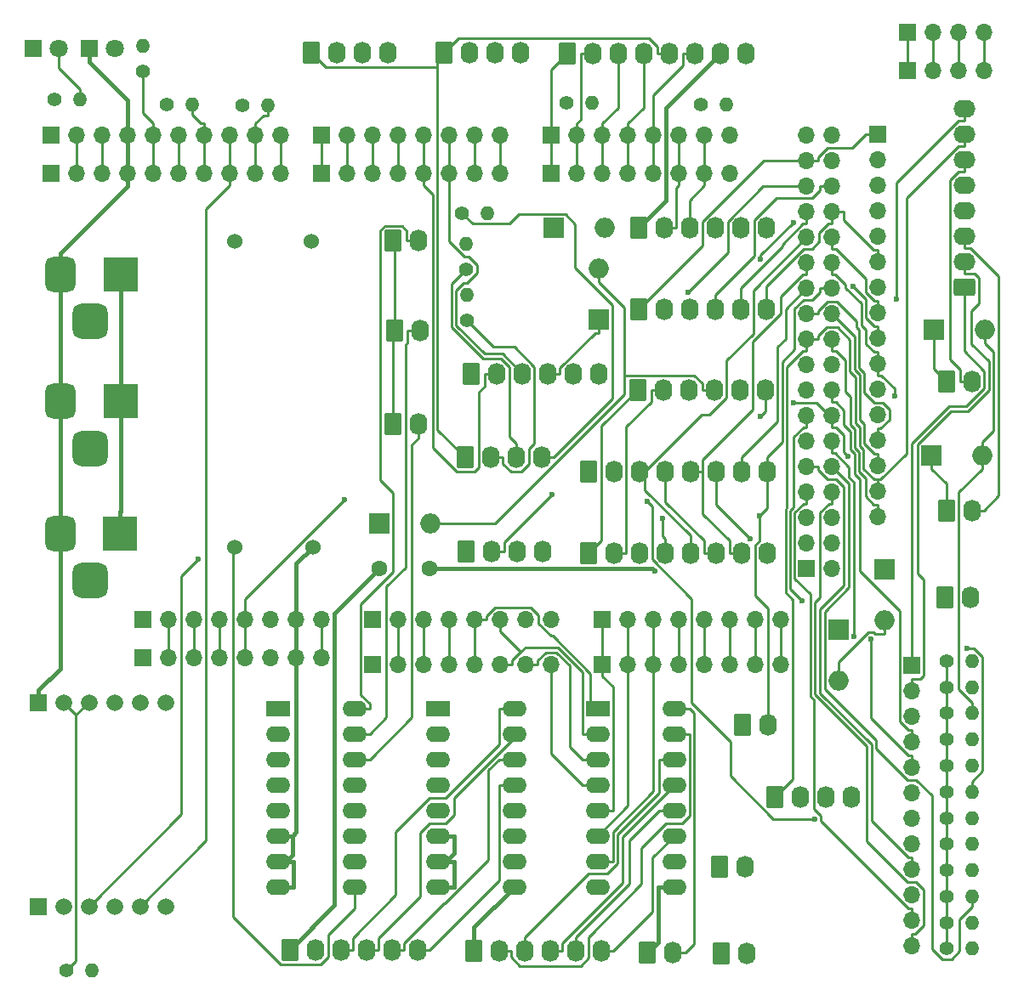
<source format=gbr>
%TF.GenerationSoftware,KiCad,Pcbnew,8.0.2-1*%
%TF.CreationDate,2024-09-02T10:17:59+10:00*%
%TF.ProjectId,Forward Console Combined Input and Output,466f7277-6172-4642-9043-6f6e736f6c65,rev?*%
%TF.SameCoordinates,Original*%
%TF.FileFunction,Copper,L2,Bot*%
%TF.FilePolarity,Positive*%
%FSLAX46Y46*%
G04 Gerber Fmt 4.6, Leading zero omitted, Abs format (unit mm)*
G04 Created by KiCad (PCBNEW 8.0.2-1) date 2024-09-02 10:17:59*
%MOMM*%
%LPD*%
G01*
G04 APERTURE LIST*
G04 Aperture macros list*
%AMRoundRect*
0 Rectangle with rounded corners*
0 $1 Rounding radius*
0 $2 $3 $4 $5 $6 $7 $8 $9 X,Y pos of 4 corners*
0 Add a 4 corners polygon primitive as box body*
4,1,4,$2,$3,$4,$5,$6,$7,$8,$9,$2,$3,0*
0 Add four circle primitives for the rounded corners*
1,1,$1+$1,$2,$3*
1,1,$1+$1,$4,$5*
1,1,$1+$1,$6,$7*
1,1,$1+$1,$8,$9*
0 Add four rect primitives between the rounded corners*
20,1,$1+$1,$2,$3,$4,$5,0*
20,1,$1+$1,$4,$5,$6,$7,0*
20,1,$1+$1,$6,$7,$8,$9,0*
20,1,$1+$1,$8,$9,$2,$3,0*%
G04 Aperture macros list end*
%TA.AperFunction,ComponentPad*%
%ADD10R,1.700000X1.700000*%
%TD*%
%TA.AperFunction,ComponentPad*%
%ADD11O,1.700000X1.700000*%
%TD*%
%TA.AperFunction,ComponentPad*%
%ADD12RoundRect,0.250000X-0.620000X-0.845000X0.620000X-0.845000X0.620000X0.845000X-0.620000X0.845000X0*%
%TD*%
%TA.AperFunction,ComponentPad*%
%ADD13O,1.740000X2.190000*%
%TD*%
%TA.AperFunction,ComponentPad*%
%ADD14C,1.400000*%
%TD*%
%TA.AperFunction,ComponentPad*%
%ADD15O,1.400000X1.400000*%
%TD*%
%TA.AperFunction,ComponentPad*%
%ADD16R,2.400000X1.600000*%
%TD*%
%TA.AperFunction,ComponentPad*%
%ADD17O,2.400000X1.600000*%
%TD*%
%TA.AperFunction,ComponentPad*%
%ADD18R,2.000000X2.000000*%
%TD*%
%TA.AperFunction,ComponentPad*%
%ADD19O,2.000000X2.000000*%
%TD*%
%TA.AperFunction,ComponentPad*%
%ADD20R,3.500000X3.500000*%
%TD*%
%TA.AperFunction,ComponentPad*%
%ADD21RoundRect,0.750000X-0.750000X-1.000000X0.750000X-1.000000X0.750000X1.000000X-0.750000X1.000000X0*%
%TD*%
%TA.AperFunction,ComponentPad*%
%ADD22RoundRect,0.875000X-0.875000X-0.875000X0.875000X-0.875000X0.875000X0.875000X-0.875000X0.875000X0*%
%TD*%
%TA.AperFunction,ComponentPad*%
%ADD23RoundRect,0.250000X0.845000X-0.620000X0.845000X0.620000X-0.845000X0.620000X-0.845000X-0.620000X0*%
%TD*%
%TA.AperFunction,ComponentPad*%
%ADD24O,2.190000X1.740000*%
%TD*%
%TA.AperFunction,ComponentPad*%
%ADD25C,1.524000*%
%TD*%
%TA.AperFunction,ComponentPad*%
%ADD26R,1.800000X1.800000*%
%TD*%
%TA.AperFunction,ComponentPad*%
%ADD27C,1.800000*%
%TD*%
%TA.AperFunction,ComponentPad*%
%ADD28R,1.665000X1.665000*%
%TD*%
%TA.AperFunction,ComponentPad*%
%ADD29C,1.665000*%
%TD*%
%TA.AperFunction,ComponentPad*%
%ADD30C,1.600000*%
%TD*%
%TA.AperFunction,ViaPad*%
%ADD31C,0.600000*%
%TD*%
%TA.AperFunction,Conductor*%
%ADD32C,0.250000*%
%TD*%
%TA.AperFunction,Conductor*%
%ADD33C,0.400000*%
%TD*%
G04 APERTURE END LIST*
D10*
%TO.P,J45,1,Pin_1*%
%TO.N,GND*%
X193980000Y-92380000D03*
D11*
%TO.P,J45,2,Pin_2*%
X196520000Y-92380000D03*
%TO.P,J45,3,Pin_3*%
%TO.N,SCLK*%
X193980000Y-89840000D03*
%TO.P,J45,4,Pin_4*%
%TO.N,ES1_RST*%
X196520000Y-89840000D03*
%TO.P,J45,5,Pin_5*%
%TO.N,MISO*%
X193980000Y-87300000D03*
%TO.P,J45,6,Pin_6*%
%TO.N,MOSI*%
X196520000Y-87300000D03*
%TO.P,J45,7,Pin_7*%
%TO.N,D48*%
X193980000Y-84760000D03*
%TO.P,J45,8,Pin_8*%
%TO.N,D49*%
X196520000Y-84760000D03*
%TO.P,J45,9,Pin_9*%
%TO.N,D46*%
X193980000Y-82220000D03*
%TO.P,J45,10,Pin_10*%
%TO.N,D47*%
X196520000Y-82220000D03*
%TO.P,J45,11,Pin_11*%
%TO.N,D44*%
X193980000Y-79680000D03*
%TO.P,J45,12,Pin_12*%
%TO.N,D45*%
X196520000Y-79680000D03*
%TO.P,J45,13,Pin_13*%
%TO.N,D42*%
X193980000Y-77140000D03*
%TO.P,J45,14,Pin_14*%
%TO.N,D43*%
X196520000Y-77140000D03*
%TO.P,J45,15,Pin_15*%
%TO.N,D40*%
X193980000Y-74600000D03*
%TO.P,J45,16,Pin_16*%
%TO.N,D41*%
X196520000Y-74600000D03*
%TO.P,J45,17,Pin_17*%
%TO.N,D38*%
X193980000Y-72060000D03*
%TO.P,J45,18,Pin_18*%
%TO.N,D39*%
X196520000Y-72060000D03*
%TO.P,J45,19,Pin_19*%
%TO.N,D36*%
X193980000Y-69520000D03*
%TO.P,J45,20,Pin_20*%
%TO.N,D37*%
X196520000Y-69520000D03*
%TO.P,J45,21,Pin_21*%
%TO.N,D34*%
X193980000Y-66980000D03*
%TO.P,J45,22,Pin_22*%
%TO.N,D35*%
X196520000Y-66980000D03*
%TO.P,J45,23,Pin_23*%
%TO.N,D32*%
X193980000Y-64440000D03*
%TO.P,J45,24,Pin_24*%
%TO.N,D33*%
X196520000Y-64440000D03*
%TO.P,J45,25,Pin_25*%
%TO.N,D30*%
X193980000Y-61900000D03*
%TO.P,J45,26,Pin_26*%
%TO.N,D31*%
X196520000Y-61900000D03*
%TO.P,J45,27,Pin_27*%
%TO.N,D28*%
X193980000Y-59360000D03*
%TO.P,J45,28,Pin_28*%
%TO.N,D29*%
X196520000Y-59360000D03*
%TO.P,J45,29,Pin_29*%
%TO.N,D26*%
X193980000Y-56820000D03*
%TO.P,J45,30,Pin_30*%
%TO.N,D27*%
X196520000Y-56820000D03*
%TO.P,J45,31,Pin_31*%
%TO.N,D24*%
X193980000Y-54280000D03*
%TO.P,J45,32,Pin_32*%
%TO.N,D25*%
X196520000Y-54280000D03*
%TO.P,J45,33,Pin_33*%
%TO.N,D22*%
X193980000Y-51740000D03*
%TO.P,J45,34,Pin_34*%
%TO.N,D23*%
X196520000Y-51740000D03*
%TO.P,J45,35,Pin_35*%
%TO.N,+5V*%
X193980000Y-49200000D03*
%TO.P,J45,36,Pin_36*%
X196520000Y-49200000D03*
%TD*%
D10*
%TO.P,J42,1,Pin_1*%
%TO.N,unconnected-(J42-Pin_1-Pad1)*%
X127940000Y-97460000D03*
D11*
%TO.P,J42,2,Pin_2*%
%TO.N,/IOREF*%
X130480000Y-97460000D03*
%TO.P,J42,3,Pin_3*%
%TO.N,/~{RESET}*%
X133020000Y-97460000D03*
%TO.P,J42,4,Pin_4*%
%TO.N,+3V3*%
X135560000Y-97460000D03*
%TO.P,J42,5,Pin_5*%
%TO.N,+5V*%
X138100000Y-97460000D03*
%TO.P,J42,6,Pin_6*%
%TO.N,GND*%
X140640000Y-97460000D03*
%TO.P,J42,7,Pin_7*%
X143180000Y-97460000D03*
%TO.P,J42,8,Pin_8*%
%TO.N,VCC*%
X145720000Y-97460000D03*
%TD*%
D10*
%TO.P,J43,1,Pin_1*%
%TO.N,A0 D54*%
X150800000Y-97460000D03*
D11*
%TO.P,J43,2,Pin_2*%
%TO.N,A1 D55*%
X153340000Y-97460000D03*
%TO.P,J43,3,Pin_3*%
%TO.N,A2 D56*%
X155880000Y-97460000D03*
%TO.P,J43,4,Pin_4*%
%TO.N,A3 D57*%
X158420000Y-97460000D03*
%TO.P,J43,5,Pin_5*%
%TO.N,A4 D58*%
X160960000Y-97460000D03*
%TO.P,J43,6,Pin_6*%
%TO.N,A5 D59*%
X163500000Y-97460000D03*
%TO.P,J43,7,Pin_7*%
%TO.N,A6 D60*%
X166040000Y-97460000D03*
%TO.P,J43,8,Pin_8*%
%TO.N,A7 D61*%
X168580000Y-97460000D03*
%TD*%
D10*
%TO.P,J44,1,Pin_1*%
%TO.N,A8 D62*%
X173660000Y-97460000D03*
D11*
%TO.P,J44,2,Pin_2*%
%TO.N,A9 D63*%
X176200000Y-97460000D03*
%TO.P,J44,3,Pin_3*%
%TO.N,A10 D64*%
X178740000Y-97460000D03*
%TO.P,J44,4,Pin_4*%
%TO.N,A11 D65*%
X181280000Y-97460000D03*
%TO.P,J44,5,Pin_5*%
%TO.N,A12 D66*%
X183820000Y-97460000D03*
%TO.P,J44,6,Pin_6*%
%TO.N,A13 D67*%
X186360000Y-97460000D03*
%TO.P,J44,7,Pin_7*%
%TO.N,A14 D68*%
X188900000Y-97460000D03*
%TO.P,J44,8,Pin_8*%
%TO.N,A15 D69*%
X191440000Y-97460000D03*
%TD*%
D10*
%TO.P,J46,1,Pin_1*%
%TO.N,D21 SCL*%
X118796000Y-49200000D03*
D11*
%TO.P,J46,2,Pin_2*%
%TO.N,D20 SDA*%
X121336000Y-49200000D03*
%TO.P,J46,3,Pin_3*%
%TO.N,/AREF*%
X123876000Y-49200000D03*
%TO.P,J46,4,Pin_4*%
%TO.N,GND*%
X126416000Y-49200000D03*
%TO.P,J46,5,Pin_5*%
%TO.N,/\u002A13*%
X128956000Y-49200000D03*
%TO.P,J46,6,Pin_6*%
%TO.N,/\u002A12*%
X131496000Y-49200000D03*
%TO.P,J46,7,Pin_7*%
%TO.N,D11*%
X134036000Y-49200000D03*
%TO.P,J46,8,Pin_8*%
%TO.N,SS*%
X136576000Y-49200000D03*
%TO.P,J46,9,Pin_9*%
%TO.N,D9*%
X139116000Y-49200000D03*
%TO.P,J46,10,Pin_10*%
%TO.N,D8*%
X141656000Y-49200000D03*
%TD*%
D10*
%TO.P,J47,1,Pin_1*%
%TO.N,D7*%
X145720000Y-49200000D03*
D11*
%TO.P,J47,2,Pin_2*%
%TO.N,D6*%
X148260000Y-49200000D03*
%TO.P,J47,3,Pin_3*%
%TO.N,D5*%
X150800000Y-49200000D03*
%TO.P,J47,4,Pin_4*%
%TO.N,D4*%
X153340000Y-49200000D03*
%TO.P,J47,5,Pin_5*%
%TO.N,D3*%
X155880000Y-49200000D03*
%TO.P,J47,6,Pin_6*%
%TO.N,D2*%
X158420000Y-49200000D03*
%TO.P,J47,7,Pin_7*%
%TO.N,D1*%
X160960000Y-49200000D03*
%TO.P,J47,8,Pin_8*%
%TO.N,D0*%
X163500000Y-49200000D03*
%TD*%
D10*
%TO.P,J48,1,Pin_1*%
%TO.N,D14*%
X168580000Y-49200000D03*
D11*
%TO.P,J48,2,Pin_2*%
%TO.N,D15*%
X171120000Y-49200000D03*
%TO.P,J48,3,Pin_3*%
%TO.N,D16*%
X173660000Y-49200000D03*
%TO.P,J48,4,Pin_4*%
%TO.N,D17*%
X176200000Y-49200000D03*
%TO.P,J48,5,Pin_5*%
%TO.N,D18*%
X178740000Y-49200000D03*
%TO.P,J48,6,Pin_6*%
%TO.N,D19*%
X181280000Y-49200000D03*
%TO.P,J48,7,Pin_7*%
%TO.N,D20 SDA*%
X183820000Y-49200000D03*
%TO.P,J48,8,Pin_8*%
%TO.N,D21 SCL*%
X186360000Y-49200000D03*
%TD*%
D12*
%TO.P,J13,1,Pin_1*%
%TO.N,D42*%
X172260000Y-82700000D03*
D13*
%TO.P,J13,2,Pin_2*%
%TO.N,D43*%
X174800000Y-82700000D03*
%TO.P,J13,3,Pin_3*%
%TO.N,D28*%
X177340000Y-82700000D03*
%TO.P,J13,4,Pin_4*%
%TO.N,D29*%
X179880000Y-82700000D03*
%TO.P,J13,5,Pin_5*%
%TO.N,D30*%
X182420000Y-82700000D03*
%TO.P,J13,6,Pin_6*%
%TO.N,D31*%
X184960000Y-82700000D03*
%TO.P,J13,7,Pin_7*%
%TO.N,D32*%
X187500000Y-82700000D03*
%TO.P,J13,8,Pin_8*%
%TO.N,D33*%
X190040000Y-82700000D03*
%TD*%
D12*
%TO.P,J57,1,Pin_1*%
%TO.N,+5V*%
X157860000Y-41000000D03*
D13*
%TO.P,J57,2,Pin_2*%
%TO.N,unconnected-(J57-Pin_2-Pad2)*%
X160400000Y-41000000D03*
%TO.P,J57,3,Pin_3*%
%TO.N,Net-(J57-Pin_3)*%
X162940000Y-41000000D03*
%TO.P,J57,4,Pin_4*%
%TO.N,Net-(J57-Pin_4)*%
X165480000Y-41000000D03*
%TD*%
D14*
%TO.P,R4,1*%
%TO.N,/\u002A12*%
X119100000Y-45644000D03*
D15*
%TO.P,R4,2*%
%TO.N,Net-(D2-A)*%
X121640000Y-45644000D03*
%TD*%
D14*
%TO.P,R16,1*%
%TO.N,+5V*%
X207900000Y-101590000D03*
D15*
%TO.P,R16,2*%
%TO.N,D38*%
X210440000Y-101590000D03*
%TD*%
D16*
%TO.P,U2,1,I1*%
%TO.N,A4 D58*%
X173180000Y-106310000D03*
D17*
%TO.P,U2,2,I2*%
%TO.N,A5 D59*%
X173180000Y-108850000D03*
%TO.P,U2,3,I3*%
%TO.N,A6 D60*%
X173180000Y-111390000D03*
%TO.P,U2,4,I4*%
%TO.N,A7 D61*%
X173180000Y-113930000D03*
%TO.P,U2,5,I5*%
%TO.N,A8 D62*%
X173180000Y-116470000D03*
%TO.P,U2,6,I6*%
%TO.N,A9 D63*%
X173180000Y-119010000D03*
%TO.P,U2,7,I7*%
%TO.N,A10 D64*%
X173180000Y-121550000D03*
%TO.P,U2,8,GND*%
%TO.N,GND*%
X173180000Y-124090000D03*
%TO.P,U2,9,COM*%
%TO.N,+12V*%
X180800000Y-124090000D03*
%TO.P,U2,10,O7*%
%TO.N,/COIL AND LAMP DRIVERS/TISL*%
X180800000Y-121550000D03*
%TO.P,U2,11,O6*%
%TO.N,/COIL AND LAMP DRIVERS/EGI*%
X180800000Y-119010000D03*
%TO.P,U2,12,O5*%
%TO.N,/COIL AND LAMP DRIVERS/HARS*%
X180800000Y-116470000D03*
%TO.P,U2,13,O4*%
%TO.N,/COIL AND LAMP DRIVERS/MISSLE LAUNCH*%
X180800000Y-113930000D03*
%TO.P,U2,14,O3*%
%TO.N,/COIL AND LAMP DRIVERS/SEP*%
X180800000Y-111390000D03*
%TO.P,U2,15,O2*%
%TO.N,/COIL AND LAMP DRIVERS/PRI*%
X180800000Y-108850000D03*
%TO.P,U2,16,O1*%
%TO.N,/COIL AND LAMP DRIVERS/CAUTION_LAMP-*%
X180800000Y-106310000D03*
%TD*%
D12*
%TO.P,J3,1,Pin_1*%
%TO.N,+24V*%
X185325000Y-122075000D03*
D13*
%TO.P,J3,2,Pin_2*%
%TO.N,/COIL AND LAMP DRIVERS/B_GEAR HANDLE*%
X187865000Y-122075000D03*
%TD*%
D12*
%TO.P,J55,1,Pin_1*%
%TO.N,GND*%
X160600000Y-73000000D03*
D13*
%TO.P,J55,2,Pin_2*%
%TO.N,D3*%
X163140000Y-73000000D03*
%TO.P,J55,3,Pin_3*%
%TO.N,D2*%
X165680000Y-73000000D03*
%TO.P,J55,4,Pin_4*%
%TO.N,Net-(D25-K)*%
X168220000Y-73000000D03*
%TO.P,J55,5,Pin_5*%
%TO.N,D34*%
X170760000Y-73000000D03*
%TO.P,J55,6,Pin_6*%
%TO.N,unconnected-(J55-Pin_6-Pad6)*%
X173300000Y-73000000D03*
%TD*%
D14*
%TO.P,R32,1*%
%TO.N,Net-(J58-Pin_4)*%
X137850000Y-46200000D03*
D15*
%TO.P,R32,2*%
%TO.N,D9*%
X140390000Y-46200000D03*
%TD*%
D14*
%TO.P,R19,1*%
%TO.N,+5V*%
X207900000Y-109403600D03*
D15*
%TO.P,R19,2*%
%TO.N,D41*%
X210440000Y-109403600D03*
%TD*%
D14*
%TO.P,R5,1*%
%TO.N,+3V3*%
X120325000Y-132385000D03*
D15*
%TO.P,R5,2*%
%TO.N,Net-(U1-INT)*%
X122865000Y-132385000D03*
%TD*%
D12*
%TO.P,J51,1,Pin_1*%
%TO.N,+12V*%
X160830000Y-130500000D03*
D13*
%TO.P,J51,2,Pin_2*%
%TO.N,/COIL AND LAMP DRIVERS/PRI*%
X163370000Y-130500000D03*
%TO.P,J51,3,Pin_3*%
%TO.N,/COIL AND LAMP DRIVERS/SEP*%
X165910000Y-130500000D03*
%TO.P,J51,4,Pin_4*%
%TO.N,/COIL AND LAMP DRIVERS/MISSLE LAUNCH*%
X168450000Y-130500000D03*
%TO.P,J51,5,Pin_5*%
%TO.N,/COIL AND LAMP DRIVERS/HARS*%
X170990000Y-130500000D03*
%TO.P,J51,6,Pin_6*%
%TO.N,/COIL AND LAMP DRIVERS/EGI*%
X173530000Y-130500000D03*
%TD*%
D10*
%TO.P,J33,1,Pin_1*%
%TO.N,A8 D62*%
X173660000Y-101905000D03*
D11*
%TO.P,J33,2,Pin_2*%
%TO.N,A9 D63*%
X176200000Y-101905000D03*
%TO.P,J33,3,Pin_3*%
%TO.N,A10 D64*%
X178740000Y-101905000D03*
%TO.P,J33,4,Pin_4*%
%TO.N,A11 D65*%
X181280000Y-101905000D03*
%TO.P,J33,5,Pin_5*%
%TO.N,A12 D66*%
X183820000Y-101905000D03*
%TO.P,J33,6,Pin_6*%
%TO.N,A13 D67*%
X186360000Y-101905000D03*
%TO.P,J33,7,Pin_7*%
%TO.N,A14 D68*%
X188900000Y-101905000D03*
%TO.P,J33,8,Pin_8*%
%TO.N,A15 D69*%
X191440000Y-101905000D03*
%TD*%
D18*
%TO.P,D24,1,K*%
%TO.N,Net-(D24-K)*%
X206660000Y-68600000D03*
D19*
%TO.P,D24,2,A*%
%TO.N,D40*%
X211740000Y-68600000D03*
%TD*%
D12*
%TO.P,J56,1,Pin_1*%
%TO.N,+5V*%
X160010000Y-81300000D03*
D13*
%TO.P,J56,2,Pin_2*%
%TO.N,Net-(J56-Pin_2)*%
X162550000Y-81300000D03*
%TO.P,J56,3,Pin_3*%
%TO.N,Net-(J56-Pin_3)*%
X165090000Y-81300000D03*
%TO.P,J56,4,Pin_4*%
%TO.N,Net-(J56-Pin_4)*%
X167630000Y-81300000D03*
%TD*%
D10*
%TO.P,J2,1,Pin_1*%
%TO.N,D38*%
X204450000Y-102000000D03*
D11*
%TO.P,J2,2,Pin_2*%
%TO.N,D39*%
X204450000Y-104540000D03*
%TO.P,J2,3,Pin_3*%
%TO.N,D40*%
X204450000Y-107080000D03*
%TO.P,J2,4,Pin_4*%
%TO.N,D41*%
X204450000Y-109620000D03*
%TO.P,J2,5,Pin_5*%
%TO.N,D42*%
X204450000Y-112160000D03*
%TO.P,J2,6,Pin_6*%
%TO.N,D43*%
X204450000Y-114700000D03*
%TO.P,J2,7,Pin_7*%
%TO.N,D44*%
X204450000Y-117240000D03*
%TO.P,J2,8,Pin_8*%
%TO.N,D45*%
X204450000Y-119780000D03*
%TO.P,J2,9,Pin_9*%
%TO.N,D46*%
X204450000Y-122320000D03*
%TO.P,J2,10,Pin_10*%
%TO.N,D47*%
X204450000Y-124860000D03*
%TO.P,J2,11,Pin_11*%
%TO.N,D48*%
X204450000Y-127400000D03*
%TO.P,J2,12,Pin_12*%
%TO.N,D49*%
X204450000Y-129940000D03*
%TD*%
D18*
%TO.P,D8,1,K*%
%TO.N,Net-(D8-K)*%
X206410000Y-81100000D03*
D19*
%TO.P,D8,2,A*%
%TO.N,D40*%
X211490000Y-81100000D03*
%TD*%
D18*
%TO.P,D22,1,K*%
%TO.N,Net-(D22-K)*%
X197125000Y-98425000D03*
D19*
%TO.P,D22,2,A*%
%TO.N,D40*%
X197125000Y-103505000D03*
%TD*%
D12*
%TO.P,J53,1,Pin_1*%
%TO.N,+12V*%
X185500000Y-130750000D03*
D13*
%TO.P,J53,2,Pin_2*%
%TO.N,/COIL AND LAMP DRIVERS/COIL_ANTI_SKID*%
X188040000Y-130750000D03*
%TD*%
D18*
%TO.P,D28,1,K*%
%TO.N,Net-(D28-K)*%
X168810000Y-58400000D03*
D19*
%TO.P,D28,2,A*%
%TO.N,D41*%
X173890000Y-58400000D03*
%TD*%
D12*
%TO.P,J5,1,Pin_1*%
%TO.N,D38*%
X177160000Y-74550000D03*
D13*
%TO.P,J5,2,Pin_2*%
%TO.N,D39*%
X179700000Y-74550000D03*
%TO.P,J5,3,Pin_3*%
%TO.N,D40*%
X182240000Y-74550000D03*
%TO.P,J5,4,Pin_4*%
%TO.N,D41*%
X184780000Y-74550000D03*
%TO.P,J5,5,Pin_5*%
%TO.N,D42*%
X187320000Y-74550000D03*
%TO.P,J5,6,Pin_6*%
%TO.N,D43*%
X189860000Y-74550000D03*
%TD*%
D20*
%TO.P,J54,1,Pin_1*%
%TO.N,+12V*%
X125700000Y-75700000D03*
D21*
%TO.P,J54,2,Pin_2*%
%TO.N,GND*%
X119700000Y-75700000D03*
D22*
%TO.P,J54,3*%
%TO.N,N/C*%
X122700000Y-80400000D03*
%TD*%
D10*
%TO.P,J41,1,Pin_1*%
%TO.N,unconnected-(J41-Pin_1-Pad1)*%
X127940000Y-101270000D03*
D11*
%TO.P,J41,2,Pin_2*%
%TO.N,/IOREF*%
X130480000Y-101270000D03*
%TO.P,J41,3,Pin_3*%
%TO.N,/~{RESET}*%
X133020000Y-101270000D03*
%TO.P,J41,4,Pin_4*%
%TO.N,+3V3*%
X135560000Y-101270000D03*
%TO.P,J41,5,Pin_5*%
%TO.N,+5V*%
X138100000Y-101270000D03*
%TO.P,J41,6,Pin_6*%
%TO.N,GND*%
X140640000Y-101270000D03*
%TO.P,J41,7,Pin_7*%
X143180000Y-101270000D03*
%TO.P,J41,8,Pin_8*%
%TO.N,VCC*%
X145720000Y-101270000D03*
%TD*%
D12*
%TO.P,J63,1,Pin_1*%
%TO.N,+24V*%
X152840000Y-59720000D03*
D13*
%TO.P,J63,2,Pin_2*%
%TO.N,/COIL AND LAMP DRIVERS/B_LEFT_FIRE*%
X155380000Y-59720000D03*
%TD*%
D12*
%TO.P,J23,1,Pin_1*%
%TO.N,Net-(D22-K)*%
X187580000Y-107970000D03*
D13*
%TO.P,J23,2,Pin_2*%
%TO.N,D33*%
X190120000Y-107970000D03*
%TD*%
D14*
%TO.P,R1,1*%
%TO.N,Net-(J56-Pin_2)*%
X160150000Y-67620000D03*
D15*
%TO.P,R1,2*%
%TO.N,D6*%
X160150000Y-65080000D03*
%TD*%
D12*
%TO.P,J58,1,Pin_1*%
%TO.N,+5V*%
X144690000Y-40970000D03*
D13*
%TO.P,J58,2,Pin_2*%
%TO.N,unconnected-(J58-Pin_2-Pad2)*%
X147230000Y-40970000D03*
%TO.P,J58,3,Pin_3*%
%TO.N,Net-(J58-Pin_3)*%
X149770000Y-40970000D03*
%TO.P,J58,4,Pin_4*%
%TO.N,Net-(J58-Pin_4)*%
X152310000Y-40970000D03*
%TD*%
D10*
%TO.P,J10,1,Pin_1*%
%TO.N,Net-(J10-Pin_1)*%
X204000000Y-42760000D03*
D11*
%TO.P,J10,2,Pin_2*%
%TO.N,Net-(J10-Pin_2)*%
X206540000Y-42760000D03*
%TO.P,J10,3,Pin_3*%
%TO.N,Net-(J10-Pin_3)*%
X209080000Y-42760000D03*
%TO.P,J10,4,Pin_4*%
%TO.N,Net-(J10-Pin_4)*%
X211620000Y-42760000D03*
%TD*%
D14*
%TO.P,R18,1*%
%TO.N,+5V*%
X207900000Y-106799100D03*
D15*
%TO.P,R18,2*%
%TO.N,D40*%
X210440000Y-106799100D03*
%TD*%
D14*
%TO.P,R30,1*%
%TO.N,Net-(J57-Pin_4)*%
X183460000Y-46100000D03*
D15*
%TO.P,R30,2*%
%TO.N,D7*%
X186000000Y-46100000D03*
%TD*%
D12*
%TO.P,J28,1,Pin_1*%
%TO.N,Net-(D24-K)*%
X207930000Y-73720000D03*
D13*
%TO.P,J28,2,Pin_2*%
%TO.N,D35*%
X210470000Y-73720000D03*
%TD*%
D14*
%TO.P,R20,1*%
%TO.N,+5V*%
X207900000Y-112008200D03*
D15*
%TO.P,R20,2*%
%TO.N,D42*%
X210440000Y-112008200D03*
%TD*%
D12*
%TO.P,J36,1,Pin_1*%
%TO.N,GND*%
X177260000Y-58450000D03*
D13*
%TO.P,J36,2,Pin_2*%
%TO.N,D19*%
X179800000Y-58450000D03*
%TO.P,J36,3,Pin_3*%
%TO.N,D20 SDA*%
X182340000Y-58450000D03*
%TO.P,J36,4,Pin_4*%
%TO.N,Net-(D28-K)*%
X184880000Y-58450000D03*
%TO.P,J36,5,Pin_5*%
%TO.N,D35*%
X187420000Y-58450000D03*
%TO.P,J36,6,Pin_6*%
%TO.N,unconnected-(J36-Pin_6-Pad6)*%
X189960000Y-58450000D03*
%TD*%
D12*
%TO.P,J17,1,Pin_1*%
%TO.N,Net-(D7-K)*%
X160120000Y-90670000D03*
D13*
%TO.P,J17,2,Pin_2*%
%TO.N,D32*%
X162660000Y-90670000D03*
%TO.P,J17,3,Pin_3*%
%TO.N,Net-(D7-K)*%
X165200000Y-90670000D03*
%TO.P,J17,4,Pin_4*%
%TO.N,D33*%
X167740000Y-90670000D03*
%TD*%
D14*
%TO.P,R21,1*%
%TO.N,+5V*%
X207900000Y-114612700D03*
D15*
%TO.P,R21,2*%
%TO.N,D43*%
X210440000Y-114612700D03*
%TD*%
D12*
%TO.P,J62,1,Pin_1*%
%TO.N,+24V*%
X152780000Y-77970000D03*
D13*
%TO.P,J62,2,Pin_2*%
%TO.N,/COIL AND LAMP DRIVERS/B_RIGHT_FIRE*%
X155320000Y-77970000D03*
%TD*%
D12*
%TO.P,J18,1,Pin_1*%
%TO.N,Net-(D8-K)*%
X207880000Y-86570000D03*
D13*
%TO.P,J18,2,Pin_2*%
%TO.N,D32*%
X210420000Y-86570000D03*
%TD*%
D14*
%TO.P,R27,1*%
%TO.N,+5V*%
X207900000Y-130240000D03*
D15*
%TO.P,R27,2*%
%TO.N,D49*%
X210440000Y-130240000D03*
%TD*%
D10*
%TO.P,J26,1,Pin_1*%
%TO.N,D14*%
X168580000Y-53010000D03*
D11*
%TO.P,J26,2,Pin_2*%
%TO.N,D15*%
X171120000Y-53010000D03*
%TO.P,J26,3,Pin_3*%
%TO.N,D16*%
X173660000Y-53010000D03*
%TO.P,J26,4,Pin_4*%
%TO.N,D17*%
X176200000Y-53010000D03*
%TO.P,J26,5,Pin_5*%
%TO.N,D18*%
X178740000Y-53010000D03*
%TO.P,J26,6,Pin_6*%
%TO.N,D19*%
X181280000Y-53010000D03*
%TO.P,J26,7,Pin_7*%
%TO.N,D20 SDA*%
X183820000Y-53010000D03*
%TO.P,J26,8,Pin_8*%
%TO.N,D21 SCL*%
X186360000Y-53010000D03*
%TD*%
D14*
%TO.P,R17,1*%
%TO.N,+5V*%
X207900000Y-104194500D03*
D15*
%TO.P,R17,2*%
%TO.N,D39*%
X210440000Y-104194500D03*
%TD*%
D23*
%TO.P,J12,1,Pin_1*%
%TO.N,D38*%
X209700000Y-64340000D03*
D24*
%TO.P,J12,2,Pin_2*%
%TO.N,D39*%
X209700000Y-61800000D03*
%TO.P,J12,3,Pin_3*%
%TO.N,D32*%
X209700000Y-59260000D03*
%TO.P,J12,4,Pin_4*%
%TO.N,D33*%
X209700000Y-56720000D03*
%TO.P,J12,5,Pin_5*%
%TO.N,D34*%
X209700000Y-54180000D03*
%TO.P,J12,6,Pin_6*%
%TO.N,D35*%
X209700000Y-51640000D03*
%TO.P,J12,7,Pin_7*%
%TO.N,D36*%
X209700000Y-49100000D03*
%TO.P,J12,8,Pin_8*%
%TO.N,D37*%
X209700000Y-46560000D03*
%TD*%
D14*
%TO.P,R26,1*%
%TO.N,+5V*%
X207900000Y-127635400D03*
D15*
%TO.P,R26,2*%
%TO.N,D48*%
X210440000Y-127635400D03*
%TD*%
D12*
%TO.P,J21,1,Pin_1*%
%TO.N,D14*%
X170170000Y-41050000D03*
D13*
%TO.P,J21,2,Pin_2*%
%TO.N,D15*%
X172710000Y-41050000D03*
%TO.P,J21,3,Pin_3*%
%TO.N,D16*%
X175250000Y-41050000D03*
%TO.P,J21,4,Pin_4*%
%TO.N,D17*%
X177790000Y-41050000D03*
%TO.P,J21,5,Pin_5*%
%TO.N,+5V*%
X180330000Y-41050000D03*
%TO.P,J21,6,Pin_6*%
%TO.N,D18*%
X182870000Y-41050000D03*
%TO.P,J21,7,Pin_7*%
%TO.N,GND*%
X185410000Y-41050000D03*
%TO.P,J21,8,Pin_8*%
%TO.N,unconnected-(J21-Pin_8-Pad8)*%
X187950000Y-41050000D03*
%TD*%
D14*
%TO.P,R23,1*%
%TO.N,+5V*%
X207900000Y-119821800D03*
D15*
%TO.P,R23,2*%
%TO.N,D45*%
X210440000Y-119821800D03*
%TD*%
D12*
%TO.P,J8,1,Pin_1*%
%TO.N,D36*%
X190810000Y-115150000D03*
D13*
%TO.P,J8,2,Pin_2*%
%TO.N,D37*%
X193350000Y-115150000D03*
%TO.P,J8,3,Pin_3*%
%TO.N,D40*%
X195890000Y-115150000D03*
%TO.P,J8,4,Pin_4*%
%TO.N,unconnected-(J8-Pin_4-Pad4)*%
X198430000Y-115150000D03*
%TD*%
D16*
%TO.P,U5,1,I1*%
%TO.N,A0 D54*%
X141330000Y-106310000D03*
D17*
%TO.P,U5,2,I2*%
%TO.N,A1 D55*%
X141330000Y-108850000D03*
%TO.P,U5,3,I3*%
%TO.N,A2 D56*%
X141330000Y-111390000D03*
%TO.P,U5,4,I4*%
%TO.N,A3 D57*%
X141330000Y-113930000D03*
%TO.P,U5,5,I5*%
%TO.N,unconnected-(U5-I5-Pad5)*%
X141330000Y-116470000D03*
%TO.P,U5,6,I6*%
%TO.N,GND*%
X141330000Y-119010000D03*
%TO.P,U5,7,I7*%
X141330000Y-121550000D03*
%TO.P,U5,8,GND*%
X141330000Y-124090000D03*
%TO.P,U5,9,COM*%
%TO.N,+24V*%
X148950000Y-124090000D03*
%TO.P,U5,10,O7*%
%TO.N,unconnected-(U5-O7-Pad10)*%
X148950000Y-121550000D03*
%TO.P,U5,11,O6*%
%TO.N,unconnected-(U5-O6-Pad11)*%
X148950000Y-119010000D03*
%TO.P,U5,12,O5*%
%TO.N,unconnected-(U5-O5-Pad12)*%
X148950000Y-116470000D03*
%TO.P,U5,13,O4*%
%TO.N,/COIL AND LAMP DRIVERS/B_GEAR HANDLE*%
X148950000Y-113930000D03*
%TO.P,U5,14,O3*%
%TO.N,/COIL AND LAMP DRIVERS/B_RIGHT_FIRE*%
X148950000Y-111390000D03*
%TO.P,U5,15,O2*%
%TO.N,/COIL AND LAMP DRIVERS/B_APU_FIRE*%
X148950000Y-108850000D03*
%TO.P,U5,16,O1*%
%TO.N,/COIL AND LAMP DRIVERS/B_LEFT_FIRE*%
X148950000Y-106310000D03*
%TD*%
D12*
%TO.P,J61,1,Pin_1*%
%TO.N,+24V*%
X152930000Y-68670000D03*
D13*
%TO.P,J61,2,Pin_2*%
%TO.N,/COIL AND LAMP DRIVERS/B_APU_FIRE*%
X155470000Y-68670000D03*
%TD*%
D20*
%TO.P,J22,1,Pin_1*%
%TO.N,+12V*%
X125660000Y-88882500D03*
D21*
%TO.P,J22,2,Pin_2*%
%TO.N,GND*%
X119660000Y-88882500D03*
D22*
%TO.P,J22,3*%
%TO.N,N/C*%
X122660000Y-93582500D03*
%TD*%
D10*
%TO.P,J1,1,Pin_1*%
%TO.N,D22*%
X201050000Y-49100000D03*
D11*
%TO.P,J1,2,Pin_2*%
%TO.N,D23*%
X201050000Y-51640000D03*
%TO.P,J1,3,Pin_3*%
%TO.N,D24*%
X201050000Y-54180000D03*
%TO.P,J1,4,Pin_4*%
%TO.N,D25*%
X201050000Y-56720000D03*
%TO.P,J1,5,Pin_5*%
%TO.N,D26*%
X201050000Y-59260000D03*
%TO.P,J1,6,Pin_6*%
%TO.N,D27*%
X201050000Y-61800000D03*
%TO.P,J1,7,Pin_7*%
%TO.N,D28*%
X201050000Y-64340000D03*
%TO.P,J1,8,Pin_8*%
%TO.N,D29*%
X201050000Y-66880000D03*
%TO.P,J1,9,Pin_9*%
%TO.N,D30*%
X201050000Y-69420000D03*
%TO.P,J1,10,Pin_10*%
%TO.N,D31*%
X201050000Y-71960000D03*
%TO.P,J1,11,Pin_11*%
%TO.N,D32*%
X201050000Y-74500000D03*
%TO.P,J1,12,Pin_12*%
%TO.N,D33*%
X201050000Y-77040000D03*
%TO.P,J1,13,Pin_13*%
%TO.N,D34*%
X201050000Y-79580000D03*
%TO.P,J1,14,Pin_14*%
%TO.N,D35*%
X201050000Y-82120000D03*
%TO.P,J1,15,Pin_15*%
%TO.N,D36*%
X201050000Y-84660000D03*
%TO.P,J1,16,Pin_16*%
%TO.N,D37*%
X201050000Y-87200000D03*
%TD*%
D10*
%TO.P,J25,1,Pin_1*%
%TO.N,D7*%
X145720000Y-53010000D03*
D11*
%TO.P,J25,2,Pin_2*%
%TO.N,D6*%
X148260000Y-53010000D03*
%TO.P,J25,3,Pin_3*%
%TO.N,D5*%
X150800000Y-53010000D03*
%TO.P,J25,4,Pin_4*%
%TO.N,D4*%
X153340000Y-53010000D03*
%TO.P,J25,5,Pin_5*%
%TO.N,D3*%
X155880000Y-53010000D03*
%TO.P,J25,6,Pin_6*%
%TO.N,D2*%
X158420000Y-53010000D03*
%TO.P,J25,7,Pin_7*%
%TO.N,D1*%
X160960000Y-53010000D03*
%TO.P,J25,8,Pin_8*%
%TO.N,D0*%
X163500000Y-53010000D03*
%TD*%
D10*
%TO.P,J32,1,Pin_1*%
%TO.N,A0 D54*%
X150800000Y-101905000D03*
D11*
%TO.P,J32,2,Pin_2*%
%TO.N,A1 D55*%
X153340000Y-101905000D03*
%TO.P,J32,3,Pin_3*%
%TO.N,A2 D56*%
X155880000Y-101905000D03*
%TO.P,J32,4,Pin_4*%
%TO.N,A3 D57*%
X158420000Y-101905000D03*
%TO.P,J32,5,Pin_5*%
%TO.N,A4 D58*%
X160960000Y-101905000D03*
%TO.P,J32,6,Pin_6*%
%TO.N,A5 D59*%
X163500000Y-101905000D03*
%TO.P,J32,7,Pin_7*%
%TO.N,A6 D60*%
X166040000Y-101905000D03*
%TO.P,J32,8,Pin_8*%
%TO.N,A7 D61*%
X168580000Y-101905000D03*
%TD*%
D14*
%TO.P,R24,1*%
%TO.N,+5V*%
X207900000Y-122426400D03*
D15*
%TO.P,R24,2*%
%TO.N,D46*%
X210440000Y-122426400D03*
%TD*%
D12*
%TO.P,J7,1,Pin_1*%
%TO.N,D22*%
X177260000Y-66500000D03*
D13*
%TO.P,J7,2,Pin_2*%
%TO.N,D23*%
X179800000Y-66500000D03*
%TO.P,J7,3,Pin_3*%
%TO.N,D24*%
X182340000Y-66500000D03*
%TO.P,J7,4,Pin_4*%
%TO.N,D25*%
X184880000Y-66500000D03*
%TO.P,J7,5,Pin_5*%
%TO.N,D26*%
X187420000Y-66500000D03*
%TO.P,J7,6,Pin_6*%
%TO.N,D27*%
X189960000Y-66500000D03*
%TD*%
D14*
%TO.P,R29,1*%
%TO.N,Net-(J57-Pin_3)*%
X170030000Y-46000000D03*
D15*
%TO.P,R29,2*%
%TO.N,D8*%
X172570000Y-46000000D03*
%TD*%
D14*
%TO.P,R25,1*%
%TO.N,+5V*%
X207900000Y-125030900D03*
D15*
%TO.P,R25,2*%
%TO.N,D47*%
X210440000Y-125030900D03*
%TD*%
D25*
%TO.P,U7,1,VIN*%
%TO.N,+12V*%
X137044000Y-59730000D03*
%TO.P,U7,2,GND*%
%TO.N,GND*%
X144664000Y-59730000D03*
%TO.P,U7,3,GND*%
X144844000Y-90230000D03*
%TO.P,U7,4,24V_OUT*%
%TO.N,+24V*%
X137044000Y-90230000D03*
%TD*%
D16*
%TO.P,U3,1,I1*%
%TO.N,A11 D65*%
X157255000Y-106310000D03*
D17*
%TO.P,U3,2,I2*%
%TO.N,A12 D66*%
X157255000Y-108850000D03*
%TO.P,U3,3,I3*%
%TO.N,A13 D67*%
X157255000Y-111390000D03*
%TO.P,U3,4,I4*%
%TO.N,A14 D68*%
X157255000Y-113930000D03*
%TO.P,U3,5,I5*%
%TO.N,A15 D69*%
X157255000Y-116470000D03*
%TO.P,U3,6,I6*%
%TO.N,GND*%
X157255000Y-119010000D03*
%TO.P,U3,7,I7*%
X157255000Y-121550000D03*
%TO.P,U3,8,GND*%
X157255000Y-124090000D03*
%TO.P,U3,9,COM*%
%TO.N,+12V*%
X164875000Y-124090000D03*
%TO.P,U3,10,O7*%
%TO.N,unconnected-(U3-O7-Pad10)*%
X164875000Y-121550000D03*
%TO.P,U3,11,O6*%
%TO.N,unconnected-(U3-O6-Pad11)*%
X164875000Y-119010000D03*
%TO.P,U3,12,O5*%
%TO.N,/COIL AND LAMP DRIVERS/COIL_ANTI_SKID*%
X164875000Y-116470000D03*
%TO.P,U3,13,O4*%
%TO.N,/COIL AND LAMP DRIVERS/ILS*%
X164875000Y-113930000D03*
%TO.P,U3,14,O3*%
%TO.N,/COIL AND LAMP DRIVERS/TCN*%
X164875000Y-111390000D03*
%TO.P,U3,15,O2*%
%TO.N,/COIL AND LAMP DRIVERS/ANCHR*%
X164875000Y-108850000D03*
%TO.P,U3,16,O1*%
%TO.N,/COIL AND LAMP DRIVERS/STR PT*%
X164875000Y-106310000D03*
%TD*%
D20*
%TO.P,J20,1,Pin_1*%
%TO.N,+12V*%
X125700000Y-63065000D03*
D21*
%TO.P,J20,2,Pin_2*%
%TO.N,GND*%
X119700000Y-63065000D03*
D22*
%TO.P,J20,3*%
%TO.N,N/C*%
X122700000Y-67765000D03*
%TD*%
D26*
%TO.P,D1,1,K*%
%TO.N,GND*%
X122601000Y-40564000D03*
D27*
%TO.P,D1,2,A*%
%TO.N,Net-(D1-A)*%
X125141000Y-40564000D03*
%TD*%
D14*
%TO.P,R31,1*%
%TO.N,Net-(J58-Pin_3)*%
X130250000Y-46100000D03*
D15*
%TO.P,R31,2*%
%TO.N,D11*%
X132790000Y-46100000D03*
%TD*%
D18*
%TO.P,D25,1,K*%
%TO.N,Net-(D25-K)*%
X173300000Y-67590000D03*
D19*
%TO.P,D25,2,A*%
%TO.N,D41*%
X173300000Y-62510000D03*
%TD*%
D18*
%TO.P,D7,1,K*%
%TO.N,Net-(D7-K)*%
X151450000Y-87900000D03*
D19*
%TO.P,D7,2,A*%
%TO.N,D41*%
X156530000Y-87900000D03*
%TD*%
D10*
%TO.P,J15,1,Pin_1*%
%TO.N,Net-(J10-Pin_1)*%
X204000000Y-38950000D03*
D11*
%TO.P,J15,2,Pin_2*%
%TO.N,Net-(J10-Pin_2)*%
X206540000Y-38950000D03*
%TO.P,J15,3,Pin_3*%
%TO.N,Net-(J10-Pin_3)*%
X209080000Y-38950000D03*
%TO.P,J15,4,Pin_4*%
%TO.N,Net-(J10-Pin_4)*%
X211620000Y-38950000D03*
%TD*%
D14*
%TO.P,R3,1*%
%TO.N,/\u002A13*%
X127940000Y-42800000D03*
D15*
%TO.P,R3,2*%
%TO.N,Net-(D1-A)*%
X127940000Y-40260000D03*
%TD*%
D14*
%TO.P,R2,1*%
%TO.N,Net-(J56-Pin_3)*%
X160100000Y-62520000D03*
D15*
%TO.P,R2,2*%
%TO.N,D5*%
X160100000Y-59980000D03*
%TD*%
D18*
%TO.P,D23,1,K*%
%TO.N,Net-(D23-K)*%
X201700000Y-92470000D03*
D19*
%TO.P,D23,2,A*%
%TO.N,D40*%
X201700000Y-97550000D03*
%TD*%
D14*
%TO.P,R28,1*%
%TO.N,Net-(J56-Pin_4)*%
X159680000Y-56950000D03*
D15*
%TO.P,R28,2*%
%TO.N,D4*%
X162220000Y-56950000D03*
%TD*%
D28*
%TO.P,U1,A1,GND_1*%
%TO.N,GND*%
X117495000Y-126035000D03*
D29*
%TO.P,U1,A2,GND_2*%
X120035000Y-126035000D03*
%TO.P,U1,A3,MOSI*%
%TO.N,MOSI*%
X122575000Y-126035000D03*
%TO.P,U1,A4,SCLK*%
%TO.N,SCLK*%
X125115000Y-126035000D03*
%TO.P,U1,A5,CS*%
%TO.N,SS*%
X127655000Y-126035000D03*
%TO.P,U1,A6,INT*%
%TO.N,Net-(U1-INT)*%
X130195000Y-126035000D03*
D28*
%TO.P,U1,B1,GND_3*%
%TO.N,GND*%
X117495000Y-105715000D03*
D29*
%TO.P,U1,B2,3V3_1*%
%TO.N,+3V3*%
X120035000Y-105715000D03*
%TO.P,U1,B3,3V3_2*%
X122575000Y-105715000D03*
%TO.P,U1,B4,NC*%
%TO.N,unconnected-(U1-NC-PadB4)*%
X125115000Y-105715000D03*
%TO.P,U1,B5,RST*%
%TO.N,ES1_RST*%
X127655000Y-105715000D03*
%TO.P,U1,B6,MISO*%
%TO.N,MISO*%
X130195000Y-105715000D03*
%TD*%
D10*
%TO.P,J24,1,Pin_1*%
%TO.N,D21 SCL*%
X118796000Y-52985000D03*
D11*
%TO.P,J24,2,Pin_2*%
%TO.N,D20 SDA*%
X121336000Y-52985000D03*
%TO.P,J24,3,Pin_3*%
%TO.N,/AREF*%
X123876000Y-52985000D03*
%TO.P,J24,4,Pin_4*%
%TO.N,GND*%
X126416000Y-52985000D03*
%TO.P,J24,5,Pin_5*%
%TO.N,/\u002A13*%
X128956000Y-52985000D03*
%TO.P,J24,6,Pin_6*%
%TO.N,/\u002A12*%
X131496000Y-52985000D03*
%TO.P,J24,7,Pin_7*%
%TO.N,D11*%
X134036000Y-52985000D03*
%TO.P,J24,8,Pin_8*%
%TO.N,SS*%
X136576000Y-52985000D03*
%TO.P,J24,9,Pin_9*%
%TO.N,D9*%
X139116000Y-52985000D03*
%TO.P,J24,10,Pin_10*%
%TO.N,D8*%
X141656000Y-52985000D03*
%TD*%
D12*
%TO.P,J4,1,Pin_1*%
%TO.N,D38*%
X172260000Y-90800000D03*
D13*
%TO.P,J4,2,Pin_2*%
%TO.N,D39*%
X174800000Y-90800000D03*
%TO.P,J4,3,Pin_3*%
%TO.N,D40*%
X177340000Y-90800000D03*
%TO.P,J4,4,Pin_4*%
%TO.N,D41*%
X179880000Y-90800000D03*
%TO.P,J4,5,Pin_5*%
%TO.N,D28*%
X182420000Y-90800000D03*
%TO.P,J4,6,Pin_6*%
%TO.N,D29*%
X184960000Y-90800000D03*
%TO.P,J4,7,Pin_7*%
%TO.N,D30*%
X187500000Y-90800000D03*
%TO.P,J4,8,Pin_8*%
%TO.N,D31*%
X190040000Y-90800000D03*
%TD*%
D12*
%TO.P,J49,1,Pin_1*%
%TO.N,+12V*%
X178155000Y-130645000D03*
D13*
%TO.P,J49,2,Pin_2*%
%TO.N,/COIL AND LAMP DRIVERS/CAUTION_LAMP-*%
X180695000Y-130645000D03*
%TD*%
D14*
%TO.P,R22,1*%
%TO.N,+5V*%
X207900000Y-117217300D03*
D15*
%TO.P,R22,2*%
%TO.N,D44*%
X210440000Y-117217300D03*
%TD*%
D26*
%TO.P,D2,1,K*%
%TO.N,GND*%
X117013000Y-40564000D03*
D27*
%TO.P,D2,2,A*%
%TO.N,Net-(D2-A)*%
X119553000Y-40564000D03*
%TD*%
D12*
%TO.P,J52,1,Pin_1*%
%TO.N,+12V*%
X142530000Y-130350000D03*
D13*
%TO.P,J52,2,Pin_2*%
%TO.N,/COIL AND LAMP DRIVERS/TISL*%
X145070000Y-130350000D03*
%TO.P,J52,3,Pin_3*%
%TO.N,/COIL AND LAMP DRIVERS/STR PT*%
X147610000Y-130350000D03*
%TO.P,J52,4,Pin_4*%
%TO.N,/COIL AND LAMP DRIVERS/ANCHR*%
X150150000Y-130350000D03*
%TO.P,J52,5,Pin_5*%
%TO.N,/COIL AND LAMP DRIVERS/TCN*%
X152690000Y-130350000D03*
%TO.P,J52,6,Pin_6*%
%TO.N,/COIL AND LAMP DRIVERS/ILS*%
X155230000Y-130350000D03*
%TD*%
D30*
%TO.P,C2,1*%
%TO.N,+12V*%
X151435000Y-92380000D03*
%TO.P,C2,2*%
%TO.N,GND*%
X156435000Y-92380000D03*
%TD*%
D12*
%TO.P,J27,1,Pin_1*%
%TO.N,Net-(D23-K)*%
X207730000Y-95270000D03*
D13*
%TO.P,J27,2,Pin_2*%
%TO.N,D34*%
X210270000Y-95270000D03*
%TD*%
D31*
%TO.N,D41*%
X179636600Y-87355700D03*
%TO.N,D32*%
X192663500Y-57871000D03*
X189386100Y-61559700D03*
X168627000Y-84972500D03*
%TO.N,D24*%
X182212300Y-64808900D03*
%TO.N,D44*%
X194764100Y-117299800D03*
X178090400Y-85641700D03*
%TO.N,D37*%
X202904600Y-65526200D03*
%TO.N,D42*%
X200368300Y-99354900D03*
X193504900Y-95575600D03*
%TO.N,D45*%
X198696900Y-99105000D03*
%TO.N,D33*%
X189308600Y-87080500D03*
%TO.N,D43*%
X198122700Y-81203900D03*
X209968400Y-100358500D03*
X192644700Y-75834100D03*
X189404700Y-77180600D03*
%TO.N,D31*%
X188353900Y-89438500D03*
X202726500Y-75187500D03*
%TO.N,D30*%
X198640200Y-64255600D03*
%TO.N,+5V*%
X147941000Y-85542500D03*
%TO.N,MOSI*%
X133450100Y-91414000D03*
%TO.N,GND*%
X178854600Y-92645500D03*
%TD*%
D32*
%TO.N,Net-(D25-K)*%
X169415100Y-72409800D02*
X169415100Y-73000000D01*
X172909800Y-68915100D02*
X169415100Y-72409800D01*
X173300000Y-68915100D02*
X172909800Y-68915100D01*
X173300000Y-67590000D02*
X173300000Y-68915100D01*
X168220000Y-73000000D02*
X169415100Y-73000000D01*
%TO.N,Net-(J56-Pin_2)*%
X163745100Y-81930300D02*
X163745100Y-81300000D01*
X164548500Y-82733700D02*
X163745100Y-81930300D01*
X165576800Y-82733700D02*
X164548500Y-82733700D01*
X166360000Y-81950500D02*
X165576800Y-82733700D01*
X166360000Y-80405000D02*
X166360000Y-81950500D01*
X166885600Y-79879400D02*
X166360000Y-80405000D01*
X166885600Y-72285800D02*
X166885600Y-79879400D01*
X164899000Y-70299200D02*
X166885600Y-72285800D01*
X162829200Y-70299200D02*
X164899000Y-70299200D01*
X160150000Y-67620000D02*
X162829200Y-70299200D01*
X162550000Y-81300000D02*
X163745100Y-81300000D01*
%TO.N,Net-(J56-Pin_4)*%
X174674200Y-75450900D02*
X168825100Y-81300000D01*
X174674200Y-66096500D02*
X174674200Y-75450900D01*
X170937200Y-62359500D02*
X174674200Y-66096500D01*
X170937200Y-58039100D02*
X170937200Y-62359500D01*
X169972900Y-57074800D02*
X170937200Y-58039100D01*
X165362600Y-57074800D02*
X169972900Y-57074800D01*
X164439100Y-57998300D02*
X165362600Y-57074800D01*
X160728300Y-57998300D02*
X164439100Y-57998300D01*
X159680000Y-56950000D02*
X160728300Y-57998300D01*
X167630000Y-81300000D02*
X168825100Y-81300000D01*
%TO.N,Net-(J56-Pin_3)*%
X165090000Y-81300000D02*
X165090000Y-79879900D01*
X164410000Y-79199900D02*
X165090000Y-79879900D01*
X164410000Y-72302300D02*
X164410000Y-79199900D01*
X163533100Y-71425400D02*
X164410000Y-72302300D01*
X161777500Y-71425400D02*
X163533100Y-71425400D01*
X158651100Y-68299000D02*
X161777500Y-71425400D01*
X158651100Y-63968900D02*
X158651100Y-68299000D01*
X160100000Y-62520000D02*
X158651100Y-63968900D01*
%TO.N,Net-(D24-K)*%
X206660000Y-72450000D02*
X207930000Y-73720000D01*
X206660000Y-68600000D02*
X206660000Y-72450000D01*
%TO.N,Net-(D8-K)*%
X207880000Y-83895100D02*
X207880000Y-86570000D01*
X206410000Y-82425100D02*
X207880000Y-83895100D01*
X206410000Y-81100000D02*
X206410000Y-82425100D01*
%TO.N,D41*%
X179880000Y-90800000D02*
X179880000Y-89379900D01*
X204450000Y-109620000D02*
X204450000Y-108444900D01*
X196520000Y-74600000D02*
X196520000Y-75775100D01*
X173300000Y-62510000D02*
X173300000Y-63835100D01*
X184780000Y-74550000D02*
X183584900Y-74550000D01*
X156530000Y-87900000D02*
X157855100Y-87900000D01*
X183584900Y-73919700D02*
X183584900Y-74550000D01*
X182772400Y-73107200D02*
X183584900Y-73919700D01*
X175812000Y-73107200D02*
X182772400Y-73107200D01*
X175812000Y-75033300D02*
X175812000Y-73107200D01*
X162945300Y-87900000D02*
X175812000Y-75033300D01*
X157855100Y-87900000D02*
X162945300Y-87900000D01*
X175812000Y-66347100D02*
X173300000Y-63835100D01*
X175812000Y-73107200D02*
X175812000Y-66347100D01*
X179636600Y-89136500D02*
X179636600Y-87355700D01*
X179880000Y-89379900D02*
X179636600Y-89136500D01*
X196885200Y-75775100D02*
X196520000Y-75775100D01*
X197702700Y-76592600D02*
X196885200Y-75775100D01*
X197702700Y-78097500D02*
X197702700Y-76592600D01*
X198349400Y-78744200D02*
X197702700Y-78097500D01*
X198349400Y-80524300D02*
X198349400Y-78744200D01*
X198747800Y-80922700D02*
X198349400Y-80524300D01*
X198747800Y-82952600D02*
X198747800Y-80922700D01*
X199270500Y-83475300D02*
X198747800Y-82952600D01*
X199270500Y-92609800D02*
X199270500Y-83475300D01*
X203274900Y-96614200D02*
X199270500Y-92609800D01*
X203274900Y-107637100D02*
X203274900Y-96614200D01*
X204082700Y-108444900D02*
X203274900Y-107637100D01*
X204450000Y-108444900D02*
X204082700Y-108444900D01*
%TO.N,D26*%
X187420000Y-64409900D02*
X187420000Y-66500000D01*
X191567400Y-60262500D02*
X187420000Y-64409900D01*
X191567400Y-60065400D02*
X191567400Y-60262500D01*
X193637700Y-57995100D02*
X191567400Y-60065400D01*
X193980000Y-57995100D02*
X193637700Y-57995100D01*
X193980000Y-56820000D02*
X193980000Y-57995100D01*
%TO.N,D32*%
X189386100Y-61148400D02*
X189386100Y-61559700D01*
X192663500Y-57871000D02*
X189386100Y-61148400D01*
X187500000Y-82700000D02*
X187500000Y-81279900D01*
X191880200Y-66539800D02*
X193980000Y-64440000D01*
X191880200Y-69478700D02*
X191880200Y-66539800D01*
X191099300Y-70259600D02*
X191880200Y-69478700D01*
X191099300Y-77680600D02*
X191099300Y-70259600D01*
X187500000Y-81279900D02*
X191099300Y-77680600D01*
X213110800Y-85074300D02*
X211615100Y-86570000D01*
X213110800Y-63268400D02*
X213110800Y-85074300D01*
X210297500Y-60455100D02*
X213110800Y-63268400D01*
X209700000Y-60455100D02*
X210297500Y-60455100D01*
X209700000Y-59260000D02*
X209700000Y-60455100D01*
X210420000Y-86570000D02*
X211615100Y-86570000D01*
X162660000Y-90670000D02*
X163855100Y-90670000D01*
X163855100Y-89744400D02*
X168627000Y-84972500D01*
X163855100Y-90670000D02*
X163855100Y-89744400D01*
%TO.N,D22*%
X183610000Y-60150000D02*
X177260000Y-66500000D01*
X183610000Y-57804700D02*
X183610000Y-60150000D01*
X189674700Y-51740000D02*
X183610000Y-57804700D01*
X193980000Y-51740000D02*
X189674700Y-51740000D01*
X195155100Y-51374700D02*
X195155100Y-51740000D01*
X196059800Y-50470000D02*
X195155100Y-51374700D01*
X198504900Y-50470000D02*
X196059800Y-50470000D01*
X199874900Y-49100000D02*
X198504900Y-50470000D01*
X201050000Y-49100000D02*
X199874900Y-49100000D01*
X193980000Y-51740000D02*
X195155100Y-51740000D01*
%TO.N,D24*%
X186150000Y-60871200D02*
X182212300Y-64808900D01*
X186150000Y-57802000D02*
X186150000Y-60871200D01*
X189672000Y-54280000D02*
X186150000Y-57802000D01*
X193980000Y-54280000D02*
X189672000Y-54280000D01*
%TO.N,D25*%
X188760900Y-61199000D02*
X184880000Y-65079900D01*
X188760900Y-57660800D02*
X188760900Y-61199000D01*
X190966600Y-55455100D02*
X188760900Y-57660800D01*
X194537100Y-55455100D02*
X190966600Y-55455100D01*
X195344900Y-54647300D02*
X194537100Y-55455100D01*
X195344900Y-54280000D02*
X195344900Y-54647300D01*
X196520000Y-54280000D02*
X195344900Y-54280000D01*
X184880000Y-66500000D02*
X184880000Y-65079900D01*
%TO.N,D35*%
X209274900Y-72524900D02*
X209274900Y-73720000D01*
X208270400Y-71520400D02*
X209274900Y-72524900D01*
X208270400Y-53667100D02*
X208270400Y-71520400D01*
X209102400Y-52835100D02*
X208270400Y-53667100D01*
X209700000Y-52835100D02*
X209102400Y-52835100D01*
X209700000Y-51640000D02*
X209700000Y-52835100D01*
X210470000Y-73720000D02*
X209274900Y-73720000D01*
X201050000Y-82120000D02*
X201050000Y-80944900D01*
X198749600Y-69209600D02*
X196520000Y-66980000D01*
X198749600Y-72560000D02*
X198749600Y-69209600D01*
X199278200Y-73088600D02*
X198749600Y-72560000D01*
X199278200Y-77586400D02*
X199278200Y-73088600D01*
X199699700Y-78007900D02*
X199278200Y-77586400D01*
X199699700Y-79959900D02*
X199699700Y-78007900D01*
X200684700Y-80944900D02*
X199699700Y-79959900D01*
X201050000Y-80944900D02*
X200684700Y-80944900D01*
%TO.N,D44*%
X178610000Y-86161300D02*
X178090400Y-85641700D01*
X178610000Y-91445300D02*
X178610000Y-86161300D01*
X182550000Y-95385300D02*
X178610000Y-91445300D01*
X182550000Y-105765000D02*
X182550000Y-95385300D01*
X186383800Y-109598800D02*
X182550000Y-105765000D01*
X186383800Y-113003600D02*
X186383800Y-109598800D01*
X190680000Y-117299800D02*
X186383800Y-113003600D01*
X194764100Y-117299800D02*
X190680000Y-117299800D01*
%TO.N,D39*%
X209700000Y-61800000D02*
X209700000Y-62995100D01*
X204450000Y-104540000D02*
X204450000Y-103364900D01*
X178504900Y-75745100D02*
X178504900Y-74550000D01*
X175995100Y-78254900D02*
X178504900Y-75745100D01*
X175995100Y-90800000D02*
X175995100Y-78254900D01*
X179700000Y-74550000D02*
X178504900Y-74550000D01*
X205281000Y-103364900D02*
X204450000Y-103364900D01*
X205625200Y-103020700D02*
X205281000Y-103364900D01*
X205625200Y-93494800D02*
X205625200Y-103020700D01*
X205041300Y-92910900D02*
X205625200Y-93494800D01*
X205041300Y-79988700D02*
X205041300Y-92910900D01*
X208333000Y-76697000D02*
X205041300Y-79988700D01*
X210047500Y-76697000D02*
X208333000Y-76697000D01*
X212133800Y-74610700D02*
X210047500Y-76697000D01*
X212133800Y-71731100D02*
X212133800Y-74610700D01*
X210392900Y-69990200D02*
X212133800Y-71731100D01*
X210392900Y-66675500D02*
X210392900Y-69990200D01*
X211121200Y-65947200D02*
X210392900Y-66675500D01*
X211121200Y-63445300D02*
X211121200Y-65947200D01*
X210671000Y-62995100D02*
X211121200Y-63445300D01*
X209700000Y-62995100D02*
X210671000Y-62995100D01*
X174800000Y-90800000D02*
X175995100Y-90800000D01*
%TO.N,D34*%
X193980000Y-66980000D02*
X195155100Y-66980000D01*
X201050000Y-79580000D02*
X201050000Y-78404900D01*
X195155100Y-66677100D02*
X195155100Y-66980000D01*
X196032300Y-65799900D02*
X195155100Y-66677100D01*
X197009800Y-65799900D02*
X196032300Y-65799900D01*
X198974700Y-67764800D02*
X197009800Y-65799900D01*
X198974700Y-68328600D02*
X198974700Y-67764800D01*
X199199800Y-68553700D02*
X198974700Y-68328600D01*
X199199800Y-72373600D02*
X199199800Y-68553700D01*
X199728300Y-72902100D02*
X199199800Y-72373600D01*
X199728300Y-74867400D02*
X199728300Y-72902100D01*
X200725800Y-75864900D02*
X199728300Y-74867400D01*
X201536700Y-75864900D02*
X200725800Y-75864900D01*
X202225100Y-76553300D02*
X201536700Y-75864900D01*
X202225100Y-77526700D02*
X202225100Y-76553300D01*
X201346900Y-78404900D02*
X202225100Y-77526700D01*
X201050000Y-78404900D02*
X201346900Y-78404900D01*
%TO.N,D40*%
X197125000Y-103505000D02*
X197125000Y-102179900D01*
X201700000Y-97550000D02*
X201700000Y-98875100D01*
X211490000Y-81100000D02*
X211490000Y-79774900D01*
X211740000Y-68600000D02*
X211740000Y-69925100D01*
X209135900Y-84779200D02*
X211490000Y-82425100D01*
X209135900Y-94488800D02*
X209135900Y-84779200D01*
X209066000Y-94558700D02*
X209135900Y-94488800D01*
X209066000Y-104400000D02*
X209066000Y-94558700D01*
X210440000Y-105774000D02*
X209066000Y-104400000D01*
X210440000Y-106799100D02*
X210440000Y-105774000D01*
X211490000Y-81100000D02*
X211490000Y-82425100D01*
X212583900Y-70769000D02*
X211740000Y-69925100D01*
X212583900Y-78681000D02*
X212583900Y-70769000D01*
X211490000Y-79774900D02*
X212583900Y-78681000D01*
X197125000Y-101714200D02*
X197125000Y-102179900D01*
X200109400Y-98729800D02*
X197125000Y-101714200D01*
X200627300Y-98729800D02*
X200109400Y-98729800D01*
X200772600Y-98875100D02*
X200627300Y-98729800D01*
X201700000Y-98875100D02*
X200772600Y-98875100D01*
%TO.N,D49*%
X204450000Y-129940000D02*
X204450000Y-128764900D01*
X196520000Y-84760000D02*
X196520000Y-85935100D01*
X204817200Y-128764900D02*
X204450000Y-128764900D01*
X205641600Y-127940500D02*
X204817200Y-128764900D01*
X205641600Y-124328800D02*
X205641600Y-127940500D01*
X204902800Y-123590000D02*
X205641600Y-124328800D01*
X204047700Y-123590000D02*
X204902800Y-123590000D01*
X199996500Y-119538800D02*
X204047700Y-123590000D01*
X199996500Y-110098600D02*
X199996500Y-119538800D01*
X194835000Y-104937100D02*
X199996500Y-110098600D01*
X194835000Y-95726800D02*
X194835000Y-104937100D01*
X195344900Y-95216900D02*
X194835000Y-95726800D01*
X195344900Y-86813300D02*
X195344900Y-95216900D01*
X196223100Y-85935100D02*
X195344900Y-86813300D01*
X196520000Y-85935100D02*
X196223100Y-85935100D01*
%TO.N,D37*%
X201050000Y-87200000D02*
X201050000Y-86024900D01*
X196520000Y-69520000D02*
X196520000Y-70695100D01*
X209069700Y-47755100D02*
X209700000Y-47755100D01*
X202904600Y-53920200D02*
X209069700Y-47755100D01*
X202904600Y-65526200D02*
X202904600Y-53920200D01*
X209700000Y-46560000D02*
X209700000Y-47755100D01*
X196885200Y-70695100D02*
X196520000Y-70695100D01*
X197849300Y-71659200D02*
X196885200Y-70695100D01*
X197849300Y-74743000D02*
X197849300Y-71659200D01*
X198378000Y-75271700D02*
X197849300Y-74743000D01*
X198378000Y-78090500D02*
X198378000Y-75271700D01*
X198799500Y-78512000D02*
X198378000Y-78090500D01*
X198799500Y-80337700D02*
X198799500Y-78512000D01*
X199197900Y-80736100D02*
X198799500Y-80337700D01*
X199197900Y-82701400D02*
X199197900Y-80736100D01*
X199861900Y-83365400D02*
X199197900Y-82701400D01*
X199861900Y-85209300D02*
X199861900Y-83365400D01*
X200677500Y-86024900D02*
X199861900Y-85209300D01*
X201050000Y-86024900D02*
X200677500Y-86024900D01*
%TO.N,D42*%
X200368300Y-107270400D02*
X200368300Y-99354900D01*
X204082800Y-110984900D02*
X200368300Y-107270400D01*
X204450000Y-110984900D02*
X204082800Y-110984900D01*
X192354800Y-94425500D02*
X193504900Y-95575600D01*
X192354800Y-86626800D02*
X192354800Y-94425500D01*
X192717200Y-86264400D02*
X192354800Y-86626800D01*
X192717200Y-79275200D02*
X192717200Y-86264400D01*
X193677300Y-78315100D02*
X192717200Y-79275200D01*
X193980000Y-78315100D02*
X193677300Y-78315100D01*
X193980000Y-77140000D02*
X193980000Y-78315100D01*
X204450000Y-112160000D02*
X204450000Y-110984900D01*
%TO.N,D38*%
X173530500Y-78179500D02*
X177160000Y-74550000D01*
X173530500Y-89529500D02*
X173530500Y-78179500D01*
X172260000Y-90800000D02*
X173530500Y-89529500D01*
X204450000Y-102000000D02*
X204450000Y-100824900D01*
X209700000Y-70710000D02*
X209700000Y-64340000D01*
X211683700Y-72693700D02*
X209700000Y-70710000D01*
X211683700Y-74422700D02*
X211683700Y-72693700D01*
X209886800Y-76219600D02*
X211683700Y-74422700D01*
X208173800Y-76219600D02*
X209886800Y-76219600D01*
X204450000Y-79943400D02*
X208173800Y-76219600D01*
X204450000Y-100824900D02*
X204450000Y-79943400D01*
%TO.N,D27*%
X197695100Y-57651100D02*
X197695100Y-56820000D01*
X200668900Y-60624900D02*
X197695100Y-57651100D01*
X201050000Y-60624900D02*
X200668900Y-60624900D01*
X201050000Y-61800000D02*
X201050000Y-60624900D01*
X196520000Y-56820000D02*
X197695100Y-56820000D01*
X196520000Y-56820000D02*
X196520000Y-57995100D01*
X196154700Y-57995100D02*
X196520000Y-57995100D01*
X195250000Y-58899800D02*
X196154700Y-57995100D01*
X195250000Y-59790900D02*
X195250000Y-58899800D01*
X194505700Y-60535200D02*
X195250000Y-59790900D01*
X193682500Y-60535200D02*
X194505700Y-60535200D01*
X189960000Y-64257700D02*
X193682500Y-60535200D01*
X189960000Y-66500000D02*
X189960000Y-64257700D01*
%TO.N,D46*%
X204450000Y-122320000D02*
X204450000Y-121144900D01*
X193980000Y-82220000D02*
X195155100Y-82220000D01*
X204082700Y-121144900D02*
X204450000Y-121144900D01*
X200446700Y-117508900D02*
X204082700Y-121144900D01*
X200446700Y-109912300D02*
X200446700Y-117508900D01*
X195326100Y-104791700D02*
X200446700Y-109912300D01*
X195326100Y-96462800D02*
X195326100Y-104791700D01*
X197695200Y-94093700D02*
X195326100Y-96462800D01*
X197695200Y-84270900D02*
X197695200Y-94093700D01*
X196880900Y-83456600D02*
X197695200Y-84270900D01*
X196026400Y-83456600D02*
X196880900Y-83456600D01*
X195155100Y-82585300D02*
X196026400Y-83456600D01*
X195155100Y-82220000D02*
X195155100Y-82585300D01*
%TO.N,D45*%
X196817100Y-80855100D02*
X196520000Y-80855100D01*
X198223900Y-82261900D02*
X196817100Y-80855100D01*
X198223900Y-83287200D02*
X198223900Y-82261900D01*
X198696900Y-83760200D02*
X198223900Y-83287200D01*
X198696900Y-99105000D02*
X198696900Y-83760200D01*
X196520000Y-79680000D02*
X196520000Y-80855100D01*
%TO.N,D33*%
X196520000Y-64440000D02*
X195344900Y-64440000D01*
X190040000Y-82700000D02*
X190040000Y-81279900D01*
X190040000Y-86349100D02*
X189308600Y-87080500D01*
X190040000Y-82700000D02*
X190040000Y-86349100D01*
X190120000Y-96327400D02*
X190120000Y-107970000D01*
X188839500Y-95046900D02*
X190120000Y-96327400D01*
X188839500Y-90060900D02*
X188839500Y-95046900D01*
X189308600Y-89591800D02*
X188839500Y-90060900D01*
X189308600Y-87080500D02*
X189308600Y-89591800D01*
X191569500Y-79750400D02*
X190040000Y-81279900D01*
X191569500Y-71770600D02*
X191569500Y-79750400D01*
X192804600Y-70535500D02*
X191569500Y-71770600D01*
X192804600Y-66490000D02*
X192804600Y-70535500D01*
X193679500Y-65615100D02*
X192804600Y-66490000D01*
X194537100Y-65615100D02*
X193679500Y-65615100D01*
X195344900Y-64807300D02*
X194537100Y-65615100D01*
X195344900Y-64440000D02*
X195344900Y-64807300D01*
%TO.N,D29*%
X196885200Y-60535100D02*
X196520000Y-60535100D01*
X199874800Y-63524700D02*
X196885200Y-60535100D01*
X199874800Y-64834800D02*
X199874800Y-63524700D01*
X200744900Y-65704900D02*
X199874800Y-64834800D01*
X201050000Y-65704900D02*
X200744900Y-65704900D01*
X201050000Y-66880000D02*
X201050000Y-65704900D01*
X196520000Y-59360000D02*
X196520000Y-60535100D01*
X183764900Y-89604900D02*
X183764900Y-90800000D01*
X179880000Y-85720000D02*
X183764900Y-89604900D01*
X179880000Y-82700000D02*
X179880000Y-85720000D01*
X184960000Y-90800000D02*
X183764900Y-90800000D01*
%TO.N,D28*%
X177340000Y-82700000D02*
X177811600Y-82700000D01*
X177888200Y-82700000D02*
X177811600Y-82700000D01*
X183548700Y-77039500D02*
X177888200Y-82700000D01*
X184277800Y-77039500D02*
X183548700Y-77039500D01*
X185990900Y-75326400D02*
X184277800Y-77039500D01*
X185990900Y-71657700D02*
X185990900Y-75326400D01*
X188690000Y-68958600D02*
X185990900Y-71657700D01*
X188690000Y-64650000D02*
X188690000Y-68958600D01*
X193980000Y-59360000D02*
X188690000Y-64650000D01*
X177888200Y-84543800D02*
X177888200Y-82700000D01*
X182420000Y-89075600D02*
X177888200Y-84543800D01*
X182420000Y-90800000D02*
X182420000Y-89075600D01*
%TO.N,D43*%
X197695100Y-80776300D02*
X198122700Y-81203900D01*
X197695100Y-79112400D02*
X197695100Y-80776300D01*
X196897800Y-78315100D02*
X197695100Y-79112400D01*
X196520000Y-78315100D02*
X196897800Y-78315100D01*
X211509000Y-112518600D02*
X210440000Y-113587600D01*
X211509000Y-101209000D02*
X211509000Y-112518600D01*
X210658500Y-100358500D02*
X211509000Y-101209000D01*
X209968400Y-100358500D02*
X210658500Y-100358500D01*
X210440000Y-114612700D02*
X210440000Y-113587600D01*
X196520000Y-77727500D02*
X196520000Y-77395900D01*
X196520000Y-77727500D02*
X196520000Y-78315100D01*
X196520000Y-77140000D02*
X196520000Y-77395900D01*
X194958200Y-75834100D02*
X192644700Y-75834100D01*
X196520000Y-77395900D02*
X194958200Y-75834100D01*
X189860000Y-76725300D02*
X189404700Y-77180600D01*
X189860000Y-74550000D02*
X189860000Y-76725300D01*
%TO.N,D31*%
X196520000Y-61900000D02*
X196520000Y-63075100D01*
X200689200Y-70784900D02*
X201050000Y-70784900D01*
X199874900Y-69970600D02*
X200689200Y-70784900D01*
X199874900Y-68592100D02*
X199874900Y-69970600D01*
X199424800Y-68142000D02*
X199874900Y-68592100D01*
X199424800Y-65975600D02*
X199424800Y-68142000D01*
X197848500Y-64399300D02*
X199424800Y-65975600D01*
X197848500Y-64100700D02*
X197848500Y-64399300D01*
X196822900Y-63075100D02*
X197848500Y-64100700D01*
X196520000Y-63075100D02*
X196822900Y-63075100D01*
X201050000Y-71666200D02*
X201050000Y-70784900D01*
X184960000Y-86044600D02*
X184960000Y-82700000D01*
X188353900Y-89438500D02*
X184960000Y-86044600D01*
X201050000Y-71666200D02*
X201050000Y-71960000D01*
X202726500Y-74444400D02*
X202726500Y-75187500D01*
X201417200Y-73135100D02*
X202726500Y-74444400D01*
X201050000Y-73135100D02*
X201417200Y-73135100D01*
X201050000Y-71960000D02*
X201050000Y-73135100D01*
%TO.N,D36*%
X193980000Y-69520000D02*
X195155100Y-69520000D01*
X201050000Y-84660000D02*
X201050000Y-83495500D01*
X209700000Y-49100000D02*
X209700000Y-50295100D01*
X209069700Y-50295100D02*
X209700000Y-50295100D01*
X203925200Y-55439600D02*
X209069700Y-50295100D01*
X203925200Y-80906800D02*
X203925200Y-55439600D01*
X201336500Y-83495500D02*
X203925200Y-80906800D01*
X201050000Y-83495500D02*
X201336500Y-83495500D01*
X193980000Y-69520000D02*
X193980000Y-70695100D01*
X195155100Y-69154700D02*
X195155100Y-69520000D01*
X195980400Y-68329400D02*
X195155100Y-69154700D01*
X197046500Y-68329400D02*
X195980400Y-68329400D01*
X198299500Y-69582400D02*
X197046500Y-68329400D01*
X198299500Y-72746500D02*
X198299500Y-69582400D01*
X198828100Y-73275100D02*
X198299500Y-72746500D01*
X198828100Y-77858300D02*
X198828100Y-73275100D01*
X199249600Y-78279800D02*
X198828100Y-77858300D01*
X199249600Y-80151200D02*
X199249600Y-78279800D01*
X199648000Y-80549600D02*
X199249600Y-80151200D01*
X199648000Y-82434400D02*
X199648000Y-80549600D01*
X200709100Y-83495500D02*
X199648000Y-82434400D01*
X201050000Y-83495500D02*
X200709100Y-83495500D01*
X192626600Y-113333400D02*
X190810000Y-115150000D01*
X192626600Y-95457600D02*
X192626600Y-113333400D01*
X191904700Y-94735700D02*
X192626600Y-95457600D01*
X191904700Y-86440300D02*
X191904700Y-94735700D01*
X192019600Y-86325400D02*
X191904700Y-86440300D01*
X192019600Y-72290200D02*
X192019600Y-86325400D01*
X193614700Y-70695100D02*
X192019600Y-72290200D01*
X193980000Y-70695100D02*
X193614700Y-70695100D01*
%TO.N,D48*%
X204450000Y-127400000D02*
X204450000Y-126224900D01*
X193980000Y-84760000D02*
X193980000Y-85935100D01*
X193683100Y-85935100D02*
X193980000Y-85935100D01*
X192804900Y-86813300D02*
X193683100Y-85935100D01*
X192804900Y-93364600D02*
X192804900Y-86813300D01*
X194384900Y-94944600D02*
X192804900Y-93364600D01*
X194384900Y-105123700D02*
X194384900Y-94944600D01*
X194691400Y-105430200D02*
X194384900Y-105123700D01*
X194691400Y-116343100D02*
X194691400Y-105430200D01*
X195389200Y-117040900D02*
X194691400Y-116343100D01*
X195389200Y-117531300D02*
X195389200Y-117040900D01*
X204082800Y-126224900D02*
X195389200Y-117531300D01*
X204450000Y-126224900D02*
X204082800Y-126224900D01*
%TO.N,D30*%
X199874900Y-65490300D02*
X198640200Y-64255600D01*
X199874900Y-67400300D02*
X199874900Y-65490300D01*
X200719500Y-68244900D02*
X199874900Y-67400300D01*
X201050000Y-68244900D02*
X200719500Y-68244900D01*
X201050000Y-69420000D02*
X201050000Y-68244900D01*
X183615100Y-81504900D02*
X183615100Y-82700000D01*
X188590000Y-76530000D02*
X183615100Y-81504900D01*
X188590000Y-69785300D02*
X188590000Y-76530000D01*
X191430000Y-66945300D02*
X188590000Y-69785300D01*
X191430000Y-65257900D02*
X191430000Y-66945300D01*
X193612800Y-63075100D02*
X191430000Y-65257900D01*
X193980000Y-63075100D02*
X193612800Y-63075100D01*
X193980000Y-61900000D02*
X193980000Y-63075100D01*
X182420000Y-82700000D02*
X183615100Y-82700000D01*
X183615100Y-86915100D02*
X183615100Y-82700000D01*
X186304900Y-89604900D02*
X183615100Y-86915100D01*
X186304900Y-90800000D02*
X186304900Y-89604900D01*
X187500000Y-90800000D02*
X186304900Y-90800000D01*
%TO.N,D47*%
X210440000Y-125030900D02*
X210440000Y-126056000D01*
X209170000Y-127326000D02*
X210440000Y-126056000D01*
X209170000Y-130505600D02*
X209170000Y-127326000D01*
X208391200Y-131284400D02*
X209170000Y-130505600D01*
X207456500Y-131284400D02*
X208391200Y-131284400D01*
X206471800Y-130299700D02*
X207456500Y-131284400D01*
X206471800Y-115004700D02*
X206471800Y-130299700D01*
X204897100Y-113430000D02*
X206471800Y-115004700D01*
X204048900Y-113430000D02*
X204897100Y-113430000D01*
X200896800Y-110277900D02*
X204048900Y-113430000D01*
X200896800Y-109500600D02*
X200896800Y-110277900D01*
X195776200Y-104380000D02*
X200896800Y-109500600D01*
X195776200Y-96687800D02*
X195776200Y-104380000D01*
X198196800Y-94267200D02*
X195776200Y-96687800D01*
X198196800Y-83896800D02*
X198196800Y-94267200D01*
X196520000Y-82220000D02*
X198196800Y-83896800D01*
%TO.N,A12 D66*%
X183820000Y-101905000D02*
X183820000Y-97460000D01*
%TO.N,A9 D63*%
X176200000Y-115990000D02*
X176200000Y-103080100D01*
X173180000Y-119010000D02*
X176200000Y-115990000D01*
X176200000Y-102492500D02*
X176200000Y-103080100D01*
X176200000Y-102492500D02*
X176200000Y-101905000D01*
X176200000Y-101905000D02*
X176200000Y-97460000D01*
%TO.N,A8 D62*%
X173660000Y-101905000D02*
X173660000Y-97460000D01*
X174705100Y-104125200D02*
X173660000Y-103080100D01*
X174705100Y-116470000D02*
X174705100Y-104125200D01*
X173180000Y-116470000D02*
X174705100Y-116470000D01*
X173660000Y-101905000D02*
X173660000Y-103080100D01*
%TO.N,A11 D65*%
X181280000Y-101905000D02*
X181280000Y-97460000D01*
%TO.N,A13 D67*%
X186360000Y-101905000D02*
X186360000Y-97460000D01*
%TO.N,A15 D69*%
X191440000Y-101905000D02*
X191440000Y-97460000D01*
%TO.N,A10 D64*%
X178740000Y-101905000D02*
X178740000Y-97460000D01*
X178740000Y-114588800D02*
X178740000Y-103080100D01*
X174705100Y-118623700D02*
X178740000Y-114588800D01*
X174705100Y-121550000D02*
X174705100Y-118623700D01*
X173180000Y-121550000D02*
X174705100Y-121550000D01*
X178740000Y-101905000D02*
X178740000Y-103080100D01*
%TO.N,A14 D68*%
X188900000Y-101905000D02*
X188900000Y-97460000D01*
%TO.N,A5 D59*%
X173180000Y-108850000D02*
X171654900Y-108850000D01*
X163500000Y-101905000D02*
X164675100Y-101905000D01*
X163500000Y-97460000D02*
X163500000Y-98635100D01*
X165539900Y-100674900D02*
X163500000Y-98635100D01*
X165967200Y-100247600D02*
X165539900Y-100674900D01*
X169239900Y-100247600D02*
X165967200Y-100247600D01*
X171654900Y-102662600D02*
X169239900Y-100247600D01*
X171654900Y-108850000D02*
X171654900Y-102662600D01*
X164675100Y-101539700D02*
X164675100Y-101905000D01*
X165539900Y-100674900D02*
X164675100Y-101539700D01*
%TO.N,A1 D55*%
X153340000Y-101905000D02*
X153340000Y-97460000D01*
%TO.N,A2 D56*%
X155880000Y-101905000D02*
X155880000Y-97460000D01*
%TO.N,A4 D58*%
X162135100Y-97094700D02*
X162135100Y-97460000D01*
X162947400Y-96282400D02*
X162135100Y-97094700D01*
X166541500Y-96282400D02*
X162947400Y-96282400D01*
X167310000Y-97050900D02*
X166541500Y-96282400D01*
X167310000Y-97885500D02*
X167310000Y-97050900D01*
X168517500Y-99093000D02*
X167310000Y-97885500D01*
X168722000Y-99093000D02*
X168517500Y-99093000D01*
X172454200Y-102825200D02*
X168722000Y-99093000D01*
X172454200Y-105584200D02*
X172454200Y-102825200D01*
X173180000Y-106310000D02*
X172454200Y-105584200D01*
X160960000Y-97460000D02*
X162135100Y-97460000D01*
X160960000Y-101905000D02*
X160960000Y-97460000D01*
%TO.N,A6 D60*%
X173180000Y-111390000D02*
X171654900Y-111390000D01*
X166040000Y-101905000D02*
X167215100Y-101905000D01*
X170397900Y-110133000D02*
X171654900Y-111390000D01*
X170397800Y-110133000D02*
X170397900Y-110133000D01*
X170397800Y-102042200D02*
X170397800Y-110133000D01*
X169074400Y-100718800D02*
X170397800Y-102042200D01*
X168036000Y-100718800D02*
X169074400Y-100718800D01*
X167215100Y-101539700D02*
X168036000Y-100718800D01*
X167215100Y-101905000D02*
X167215100Y-101539700D01*
%TO.N,A3 D57*%
X158420000Y-101905000D02*
X158420000Y-97460000D01*
%TO.N,A7 D61*%
X173180000Y-113930000D02*
X171654900Y-113930000D01*
X168580000Y-101905000D02*
X168580000Y-103080100D01*
X168580000Y-110855100D02*
X171654900Y-113930000D01*
X168580000Y-103080100D02*
X168580000Y-110855100D01*
%TO.N,D4*%
X153340000Y-53010000D02*
X153340000Y-49200000D01*
%TO.N,D7*%
X145720000Y-53010000D02*
X145720000Y-49200000D01*
%TO.N,D5*%
X150800000Y-53010000D02*
X150800000Y-49200000D01*
%TO.N,D1*%
X160960000Y-53010000D02*
X160960000Y-49200000D01*
%TO.N,D2*%
X158420000Y-49200000D02*
X158420000Y-53010000D01*
X158420000Y-59784600D02*
X158420000Y-53010000D01*
X159885400Y-61250000D02*
X158420000Y-59784600D01*
X160295700Y-61250000D02*
X159885400Y-61250000D01*
X161161800Y-62116100D02*
X160295700Y-61250000D01*
X161161800Y-62941900D02*
X161161800Y-62116100D01*
X160163800Y-63939900D02*
X161161800Y-62941900D01*
X159840300Y-63939900D02*
X160163800Y-63939900D01*
X159101300Y-64678900D02*
X159840300Y-63939900D01*
X159101300Y-68112500D02*
X159101300Y-64678900D01*
X161964000Y-70975200D02*
X159101300Y-68112500D01*
X163719600Y-70975200D02*
X161964000Y-70975200D01*
X165680000Y-72935600D02*
X163719600Y-70975200D01*
X165680000Y-73000000D02*
X165680000Y-72935600D01*
%TO.N,D3*%
X155880000Y-53010000D02*
X155880000Y-49200000D01*
X156794600Y-55099700D02*
X155880000Y-54185100D01*
X156794600Y-80380900D02*
X156794600Y-55099700D01*
X159135700Y-82722000D02*
X156794600Y-80380900D01*
X160931800Y-82722000D02*
X159135700Y-82722000D01*
X161338100Y-82315700D02*
X160931800Y-82722000D01*
X161338100Y-74801900D02*
X161338100Y-82315700D01*
X161944900Y-74195100D02*
X161338100Y-74801900D01*
X161944900Y-73000000D02*
X161944900Y-74195100D01*
X163140000Y-73000000D02*
X161944900Y-73000000D01*
X155880000Y-53010000D02*
X155880000Y-54185100D01*
%TO.N,/COIL AND LAMP DRIVERS/STR PT*%
X164875000Y-106310000D02*
X163349900Y-106310000D01*
X147610000Y-130350000D02*
X148805100Y-130350000D01*
X148805100Y-129154900D02*
X148805100Y-130350000D01*
X153073300Y-124886700D02*
X148805100Y-129154900D01*
X153073300Y-118603800D02*
X153073300Y-124886700D01*
X156477100Y-115200000D02*
X153073300Y-118603800D01*
X158012300Y-115200000D02*
X156477100Y-115200000D01*
X163349900Y-109862400D02*
X158012300Y-115200000D01*
X163349900Y-106310000D02*
X163349900Y-109862400D01*
%TO.N,/COIL AND LAMP DRIVERS/ANCHR*%
X164875000Y-109189900D02*
X164875000Y-108850000D01*
X158857500Y-115207400D02*
X164875000Y-109189900D01*
X158857500Y-116923200D02*
X158857500Y-115207400D01*
X158040700Y-117740000D02*
X158857500Y-116923200D01*
X156482100Y-117740000D02*
X158040700Y-117740000D01*
X155487900Y-118734200D02*
X156482100Y-117740000D01*
X155487900Y-125012100D02*
X155487900Y-118734200D01*
X151345100Y-129154900D02*
X155487900Y-125012100D01*
X151345100Y-130350000D02*
X151345100Y-129154900D01*
X150150000Y-130350000D02*
X151345100Y-130350000D01*
%TO.N,/COIL AND LAMP DRIVERS/TCN*%
X162301400Y-112438500D02*
X163349900Y-111390000D01*
X162301400Y-121394400D02*
X162301400Y-112438500D01*
X157937800Y-125758000D02*
X162301400Y-121394400D01*
X157855800Y-125758000D02*
X157937800Y-125758000D01*
X153885100Y-129728700D02*
X157855800Y-125758000D01*
X153885100Y-130350000D02*
X153885100Y-129728700D01*
X152690000Y-130350000D02*
X153885100Y-130350000D01*
X164875000Y-111390000D02*
X163349900Y-111390000D01*
%TO.N,/COIL AND LAMP DRIVERS/ILS*%
X163349900Y-123425200D02*
X163349900Y-113930000D01*
X156425100Y-130350000D02*
X163349900Y-123425200D01*
X155230000Y-130350000D02*
X156425100Y-130350000D01*
X164875000Y-113930000D02*
X163349900Y-113930000D01*
%TO.N,D6*%
X148260000Y-53010000D02*
X148260000Y-49200000D01*
%TO.N,/COIL AND LAMP DRIVERS/PRI*%
X182325100Y-116993500D02*
X182325100Y-108850000D01*
X181578600Y-117740000D02*
X182325100Y-116993500D01*
X180014500Y-117740000D02*
X181578600Y-117740000D01*
X177527100Y-120227400D02*
X180014500Y-117740000D01*
X177527100Y-123812700D02*
X177527100Y-120227400D01*
X172260000Y-129079800D02*
X177527100Y-123812700D01*
X172260000Y-131179200D02*
X172260000Y-129079800D01*
X171473000Y-131966200D02*
X172260000Y-131179200D01*
X165433700Y-131966200D02*
X171473000Y-131966200D01*
X164565100Y-131097600D02*
X165433700Y-131966200D01*
X164565100Y-130500000D02*
X164565100Y-131097600D01*
X163370000Y-130500000D02*
X164565100Y-130500000D01*
X180800000Y-108850000D02*
X182325100Y-108850000D01*
%TO.N,/COIL AND LAMP DRIVERS/SEP*%
X165910000Y-130500000D02*
X165910000Y-129079900D01*
X180800000Y-111390000D02*
X179274900Y-111390000D01*
X179274900Y-114742400D02*
X179274900Y-111390000D01*
X175175200Y-118842100D02*
X179274900Y-114742400D01*
X175175200Y-121727000D02*
X175175200Y-118842100D01*
X174156100Y-122746100D02*
X175175200Y-121727000D01*
X172243800Y-122746100D02*
X174156100Y-122746100D01*
X165910000Y-129079900D02*
X172243800Y-122746100D01*
%TO.N,/COIL AND LAMP DRIVERS/MISSLE LAUNCH*%
X175625400Y-119104600D02*
X180800000Y-113930000D01*
X175625400Y-123687000D02*
X175625400Y-119104600D01*
X169645100Y-129667300D02*
X175625400Y-123687000D01*
X169645100Y-130500000D02*
X169645100Y-129667300D01*
X168450000Y-130500000D02*
X169645100Y-130500000D01*
%TO.N,/COIL AND LAMP DRIVERS/HARS*%
X170990000Y-130500000D02*
X170990000Y-129079900D01*
X180800000Y-116470000D02*
X179274900Y-116470000D01*
X176300600Y-123769300D02*
X170990000Y-129079900D01*
X176300600Y-119444300D02*
X176300600Y-123769300D01*
X179274900Y-116470000D02*
X176300600Y-119444300D01*
%TO.N,/COIL AND LAMP DRIVERS/EGI*%
X178642900Y-121167100D02*
X180800000Y-119010000D01*
X178642900Y-126582200D02*
X178642900Y-121167100D01*
X174725100Y-130500000D02*
X178642900Y-126582200D01*
X173530000Y-130500000D02*
X174725100Y-130500000D01*
%TO.N,/COIL AND LAMP DRIVERS/B_LEFT_FIRE*%
X150475100Y-105843900D02*
X150475100Y-106310000D01*
X149599500Y-104968300D02*
X150475100Y-105843900D01*
X149599500Y-95883200D02*
X149599500Y-104968300D01*
X152797800Y-92684900D02*
X149599500Y-95883200D01*
X152797800Y-84801500D02*
X152797800Y-92684900D01*
X151561800Y-83565500D02*
X152797800Y-84801500D01*
X151561800Y-58709300D02*
X151561800Y-83565500D01*
X152002600Y-58268500D02*
X151561800Y-58709300D01*
X153704400Y-58268500D02*
X152002600Y-58268500D01*
X154184900Y-58749000D02*
X153704400Y-58268500D01*
X154184900Y-59720000D02*
X154184900Y-58749000D01*
X155380000Y-59720000D02*
X154184900Y-59720000D01*
X148950000Y-106310000D02*
X150475100Y-106310000D01*
%TO.N,/COIL AND LAMP DRIVERS/B_RIGHT_FIRE*%
X154698800Y-107166300D02*
X150475100Y-111390000D01*
X154698800Y-80011300D02*
X154698800Y-107166300D01*
X155320000Y-79390100D02*
X154698800Y-80011300D01*
X155320000Y-77970000D02*
X155320000Y-79390100D01*
X148950000Y-111390000D02*
X150475100Y-111390000D01*
%TO.N,+24V*%
X152930000Y-59810000D02*
X152840000Y-59720000D01*
X152930000Y-68670000D02*
X152930000Y-59810000D01*
X152780000Y-68820000D02*
X152930000Y-68670000D01*
X152780000Y-77970000D02*
X152780000Y-68820000D01*
X148950000Y-126218300D02*
X148950000Y-124090000D01*
X146340000Y-128828300D02*
X148950000Y-126218300D01*
X146340000Y-131049500D02*
X146340000Y-128828300D01*
X145597100Y-131792400D02*
X146340000Y-131049500D01*
X141596800Y-131792400D02*
X145597100Y-131792400D01*
X136883500Y-127079100D02*
X141596800Y-131792400D01*
X136883500Y-90390500D02*
X136883500Y-127079100D01*
X137044000Y-90230000D02*
X136883500Y-90390500D01*
%TO.N,/COIL AND LAMP DRIVERS/B_APU_FIRE*%
X155470000Y-68670000D02*
X154274900Y-68670000D01*
X148950000Y-108850000D02*
X150475100Y-108850000D01*
X154274900Y-69865100D02*
X154274900Y-68670000D01*
X154064800Y-70075200D02*
X154274900Y-69865100D01*
X154064800Y-92241800D02*
X154064800Y-70075200D01*
X152162300Y-94144300D02*
X154064800Y-92241800D01*
X152162300Y-107162800D02*
X152162300Y-94144300D01*
X150475100Y-108850000D02*
X152162300Y-107162800D01*
%TO.N,D8*%
X141656000Y-52985000D02*
X141656000Y-49200000D01*
%TO.N,D9*%
X139915800Y-47225100D02*
X139116000Y-48024900D01*
X140390000Y-47225100D02*
X139915800Y-47225100D01*
X139116000Y-49200000D02*
X139116000Y-48024900D01*
X140390000Y-46200000D02*
X140390000Y-47225100D01*
X139116000Y-52985000D02*
X139116000Y-49200000D01*
%TO.N,D11*%
X133689800Y-48024900D02*
X134036000Y-48024900D01*
X132790000Y-47125100D02*
X133689800Y-48024900D01*
X132790000Y-46100000D02*
X132790000Y-47125100D01*
X134036000Y-49200000D02*
X134036000Y-48024900D01*
X134036000Y-52985000D02*
X134036000Y-49200000D01*
%TO.N,D19*%
X181280000Y-53010000D02*
X181280000Y-49200000D01*
X180995100Y-54470000D02*
X181280000Y-54185100D01*
X180995100Y-58450000D02*
X180995100Y-54470000D01*
X179800000Y-58450000D02*
X180995100Y-58450000D01*
X181280000Y-53010000D02*
X181280000Y-54185100D01*
%TO.N,D16*%
X175250000Y-46434900D02*
X173660000Y-48024900D01*
X175250000Y-41050000D02*
X175250000Y-46434900D01*
X173660000Y-49200000D02*
X173660000Y-48024900D01*
X173660000Y-53010000D02*
X173660000Y-49200000D01*
%TO.N,D18*%
X178740000Y-45180000D02*
X178740000Y-49200000D01*
X181674900Y-42245100D02*
X178740000Y-45180000D01*
X181674900Y-41050000D02*
X181674900Y-42245100D01*
X182870000Y-41050000D02*
X181674900Y-41050000D01*
X178740000Y-53010000D02*
X178740000Y-49200000D01*
%TO.N,D15*%
X171514900Y-47630000D02*
X171120000Y-48024900D01*
X171514900Y-41050000D02*
X171514900Y-47630000D01*
X172710000Y-41050000D02*
X171514900Y-41050000D01*
X171120000Y-49200000D02*
X171120000Y-48024900D01*
X171120000Y-53010000D02*
X171120000Y-49200000D01*
%TO.N,D17*%
X177790000Y-46434900D02*
X176200000Y-48024900D01*
X177790000Y-41050000D02*
X177790000Y-46434900D01*
X176200000Y-49200000D02*
X176200000Y-48024900D01*
X176200000Y-53010000D02*
X176200000Y-49200000D01*
%TO.N,D14*%
X168580000Y-42640000D02*
X168580000Y-49200000D01*
X170170000Y-41050000D02*
X168580000Y-42640000D01*
X168580000Y-53010000D02*
X168580000Y-49200000D01*
%TO.N,Net-(J10-Pin_4)*%
X211620000Y-38950000D02*
X211620000Y-42760000D01*
%TO.N,Net-(J10-Pin_3)*%
X209080000Y-38950000D02*
X209080000Y-42760000D01*
%TO.N,Net-(J10-Pin_2)*%
X206540000Y-38950000D02*
X206540000Y-42760000D01*
%TO.N,/COIL AND LAMP DRIVERS/CAUTION_LAMP-*%
X180695000Y-130645000D02*
X181890100Y-130645000D01*
X180800000Y-106310000D02*
X182325100Y-106310000D01*
X182775200Y-106760100D02*
X182325100Y-106310000D01*
X182775200Y-129759900D02*
X182775200Y-106760100D01*
X181890100Y-130645000D02*
X182775200Y-129759900D01*
%TO.N,D20 SDA*%
X121336000Y-52985000D02*
X121336000Y-49200000D01*
X183820000Y-53010000D02*
X183820000Y-49200000D01*
X182340000Y-55665100D02*
X183820000Y-54185100D01*
X182340000Y-58450000D02*
X182340000Y-55665100D01*
X183820000Y-53010000D02*
X183820000Y-54185100D01*
%TO.N,Net-(J10-Pin_1)*%
X204000000Y-38950000D02*
X204000000Y-42760000D01*
%TO.N,SS*%
X136576000Y-52985000D02*
X136576000Y-49200000D01*
X134202500Y-56533600D02*
X136576000Y-54160100D01*
X134202500Y-119487500D02*
X134202500Y-56533600D01*
X127655000Y-126035000D02*
X134202500Y-119487500D01*
X136576000Y-52985000D02*
X136576000Y-54160100D01*
%TO.N,/~{RESET}*%
X133020000Y-101270000D02*
X133020000Y-97460000D01*
%TO.N,VCC*%
X145720000Y-101270000D02*
X145720000Y-97460000D01*
%TO.N,Net-(D2-A)*%
X119553000Y-42531900D02*
X121640000Y-44618900D01*
X119553000Y-40564000D02*
X119553000Y-42531900D01*
X121640000Y-45644000D02*
X121640000Y-44618900D01*
D33*
%TO.N,+12V*%
X125660000Y-88882500D02*
X125660000Y-86732400D01*
X160830000Y-128135000D02*
X164875000Y-124090000D01*
X160830000Y-130500000D02*
X160830000Y-128135000D01*
X179199900Y-129600100D02*
X179199900Y-124090000D01*
X178155000Y-130645000D02*
X179199900Y-129600100D01*
X146970200Y-96844800D02*
X151435000Y-92380000D01*
X146970200Y-125909800D02*
X146970200Y-96844800D01*
X142530000Y-130350000D02*
X146970200Y-125909800D01*
X180800000Y-124090000D02*
X179199900Y-124090000D01*
X125700000Y-86692400D02*
X125700000Y-75700000D01*
X125660000Y-86732400D02*
X125700000Y-86692400D01*
X125700000Y-75700000D02*
X125700000Y-63065000D01*
D32*
%TO.N,+3V3*%
X135560000Y-101270000D02*
X135560000Y-97460000D01*
X122452400Y-105715000D02*
X121243700Y-106923700D01*
X122575000Y-105715000D02*
X122452400Y-105715000D01*
X120035000Y-105715000D02*
X121243700Y-106923700D01*
X121243700Y-131466300D02*
X120325000Y-132385000D01*
X121243700Y-106923700D02*
X121243700Y-131466300D01*
%TO.N,D0*%
X163500000Y-53010000D02*
X163500000Y-49200000D01*
%TO.N,/\u002A12*%
X131496000Y-52985000D02*
X131496000Y-49200000D01*
%TO.N,/\u002A13*%
X127940000Y-47008900D02*
X128956000Y-48024900D01*
X127940000Y-42800000D02*
X127940000Y-47008900D01*
X128956000Y-49200000D02*
X128956000Y-48024900D01*
X128956000Y-52985000D02*
X128956000Y-49200000D01*
%TO.N,/AREF*%
X123876000Y-52985000D02*
X123876000Y-49200000D01*
%TO.N,/IOREF*%
X130480000Y-101270000D02*
X130480000Y-97460000D01*
%TO.N,+5V*%
X207900000Y-122426400D02*
X207900000Y-125030900D01*
X207900000Y-119821800D02*
X207900000Y-122426400D01*
X207900000Y-125030900D02*
X207900000Y-127635400D01*
X207900000Y-127635400D02*
X207900000Y-130240000D01*
X207900000Y-104194500D02*
X207900000Y-101590000D01*
X207900000Y-119821800D02*
X207900000Y-117217300D01*
X207900000Y-117217300D02*
X207900000Y-114612700D01*
X207900000Y-114612700D02*
X207900000Y-112008200D01*
X207900000Y-112008200D02*
X207900000Y-109403600D01*
X207900000Y-109403600D02*
X207900000Y-106799100D01*
X207900000Y-106799100D02*
X207900000Y-104194500D01*
X138100000Y-101270000D02*
X138100000Y-97460000D01*
X138100000Y-95383500D02*
X147941000Y-85542500D01*
X138100000Y-97460000D02*
X138100000Y-95383500D01*
X146146900Y-42426900D02*
X144690000Y-40970000D01*
X157244800Y-42426900D02*
X146146900Y-42426900D01*
X157244800Y-41615200D02*
X157860000Y-41000000D01*
X157244800Y-42426900D02*
X157244800Y-41615200D01*
X179134900Y-40419700D02*
X179134900Y-41050000D01*
X178264900Y-39549700D02*
X179134900Y-40419700D01*
X159310300Y-39549700D02*
X178264900Y-39549700D01*
X157860000Y-41000000D02*
X159310300Y-39549700D01*
X180330000Y-41050000D02*
X179134900Y-41050000D01*
X157244800Y-78534800D02*
X157244800Y-42426900D01*
X160010000Y-81300000D02*
X157244800Y-78534800D01*
%TO.N,MOSI*%
X131750000Y-93114100D02*
X133450100Y-91414000D01*
X131750000Y-116860000D02*
X131750000Y-93114100D01*
X122575000Y-126035000D02*
X131750000Y-116860000D01*
D33*
%TO.N,GND*%
X117495000Y-105715000D02*
X117495000Y-104482400D01*
X126416000Y-45679100D02*
X126416000Y-49200000D01*
X122601000Y-41864100D02*
X126416000Y-45679100D01*
X122601000Y-40564000D02*
X122601000Y-41864100D01*
X143180000Y-91894000D02*
X143180000Y-97460000D01*
X144844000Y-90230000D02*
X143180000Y-91894000D01*
X119660000Y-102317400D02*
X119660000Y-88882500D01*
X117495000Y-104482400D02*
X119660000Y-102317400D01*
X119700000Y-88842500D02*
X119700000Y-75700000D01*
X119660000Y-88882500D02*
X119700000Y-88842500D01*
X180009900Y-46450100D02*
X185410000Y-41050000D01*
X180009900Y-55700100D02*
X180009900Y-46450100D01*
X177260000Y-58450000D02*
X180009900Y-55700100D01*
X158855100Y-124090000D02*
X158855100Y-121550000D01*
X157255000Y-124090000D02*
X158855100Y-124090000D01*
X157255000Y-121550000D02*
X158055100Y-121550000D01*
X158055100Y-121550000D02*
X158855100Y-121550000D01*
X158855100Y-120750000D02*
X158855100Y-119010000D01*
X158055100Y-121550000D02*
X158855100Y-120750000D01*
X157255000Y-119010000D02*
X158855100Y-119010000D01*
X142930100Y-124090000D02*
X142930100Y-121550000D01*
X141330000Y-124090000D02*
X142930100Y-124090000D01*
X141330000Y-121550000D02*
X142130100Y-121550000D01*
X142130100Y-121550000D02*
X142930100Y-121550000D01*
X141330000Y-119010000D02*
X142780100Y-119010000D01*
X143180000Y-118610100D02*
X143180000Y-102520100D01*
X142780100Y-119010000D02*
X143180000Y-118610100D01*
X142780100Y-120900000D02*
X142780100Y-119010000D01*
X142130100Y-121550000D02*
X142780100Y-120900000D01*
X126416000Y-52985000D02*
X126416000Y-49200000D01*
X143180000Y-101895000D02*
X143180000Y-102520100D01*
X143180000Y-101895000D02*
X143180000Y-101270000D01*
X143180000Y-101270000D02*
X143180000Y-97460000D01*
X119700000Y-75700000D02*
X119700000Y-63065000D01*
X119700000Y-60951100D02*
X126416000Y-54235100D01*
X119700000Y-63065000D02*
X119700000Y-60951100D01*
X126416000Y-52985000D02*
X126416000Y-54235100D01*
X178589100Y-92380000D02*
X178854600Y-92645500D01*
X156435000Y-92380000D02*
X178589100Y-92380000D01*
%TD*%
M02*

</source>
